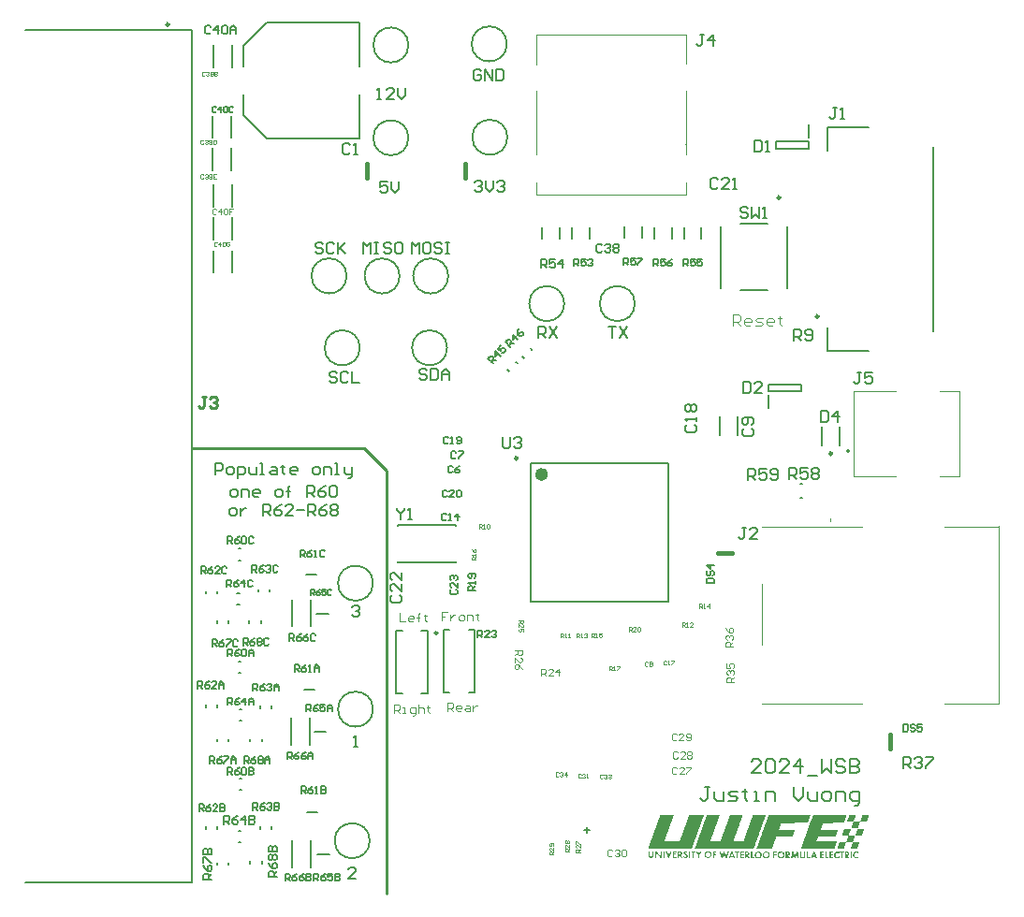
<source format=gto>
G04*
G04 #@! TF.GenerationSoftware,Altium Limited,Altium Designer,22.11.1 (43)*
G04*
G04 Layer_Color=65535*
%FSLAX25Y25*%
%MOIN*%
G70*
G04*
G04 #@! TF.SameCoordinates,B9669DE6-A21E-4E6A-9EE2-FAEABAE17C55*
G04*
G04*
G04 #@! TF.FilePolarity,Positive*
G04*
G01*
G75*
%ADD10C,0.00787*%
%ADD11C,0.00984*%
%ADD12C,0.02362*%
%ADD13C,0.00394*%
%ADD14C,0.01000*%
%ADD15C,0.01575*%
%ADD16C,0.00800*%
%ADD17C,0.00500*%
%ADD18C,0.00300*%
%ADD19C,0.00492*%
%ADD20C,0.00600*%
%ADD21C,0.00591*%
G36*
X572427Y216548D02*
X572452Y216473D01*
X572377Y216263D01*
X572352Y216171D01*
X572285Y216004D01*
X572268Y215937D01*
X572201Y215769D01*
X572142Y215610D01*
X572117Y215535D01*
X572033Y215317D01*
X572008Y215225D01*
X571966Y215133D01*
X571908Y214974D01*
X571883Y214899D01*
X571832Y214765D01*
X571799Y214681D01*
X571782Y214614D01*
X571732Y214497D01*
X571698Y214413D01*
X571682Y214346D01*
X571631Y214229D01*
X571615Y214162D01*
X571548Y214011D01*
X571523Y213919D01*
X571464Y213827D01*
X571389Y213802D01*
X564154Y213785D01*
X564112Y213743D01*
X564079Y213659D01*
X564054Y213550D01*
X563995Y213408D01*
X563911Y213191D01*
X563895Y213123D01*
X563828Y212973D01*
X563811Y212889D01*
X563761Y212772D01*
X563702Y212613D01*
X563677Y212537D01*
X563551Y212194D01*
X563518Y212110D01*
X563501Y212043D01*
X563459Y211951D01*
X563426Y211834D01*
X563359Y211667D01*
X563308Y211499D01*
X563325Y211449D01*
X569438Y211432D01*
X569471Y211399D01*
X569454Y211265D01*
X569387Y211114D01*
X569329Y210955D01*
X569304Y210879D01*
X569287Y210812D01*
X569220Y210662D01*
X569195Y210570D01*
X569153Y210461D01*
X569094Y210302D01*
X569069Y210226D01*
X568986Y210009D01*
X568969Y209942D01*
X568902Y209774D01*
X568852Y209640D01*
X568835Y209590D01*
X568776Y209431D01*
X568751Y209356D01*
X568684Y209171D01*
X568625Y209046D01*
X568559Y209029D01*
X562413Y209012D01*
X562388Y208987D01*
X562262Y208644D01*
X562237Y208569D01*
X562220Y208502D01*
X562153Y208351D01*
X562136Y208284D01*
X562069Y208133D01*
X562052Y208033D01*
X561986Y207882D01*
X561944Y207773D01*
X561860Y207539D01*
X561835Y207463D01*
X561852Y207413D01*
X569086Y207396D01*
X569120Y207363D01*
X569103Y207245D01*
X569069Y207162D01*
X569053Y207095D01*
X569011Y206986D01*
X568986Y206911D01*
X568969Y206844D01*
X568927Y206735D01*
X568902Y206659D01*
X568860Y206551D01*
X568835Y206475D01*
X568801Y206358D01*
X568751Y206241D01*
X568734Y206174D01*
X568692Y206065D01*
X568667Y205990D01*
X568609Y205831D01*
X568584Y205755D01*
X568500Y205537D01*
X568475Y205445D01*
X568433Y205353D01*
X568374Y205194D01*
X568332Y205085D01*
X568307Y204993D01*
X568265Y204901D01*
X568249Y204834D01*
X568157Y204658D01*
X568081Y204650D01*
X556258Y204667D01*
X556242Y204717D01*
X556267Y204809D01*
X556317Y204943D01*
X556342Y205018D01*
X556392Y205152D01*
X556426Y205236D01*
X556451Y205328D01*
X556493Y205420D01*
X556568Y205629D01*
X556593Y205722D01*
X556660Y205872D01*
X556677Y205939D01*
X556719Y206048D01*
X556752Y206132D01*
X556769Y206199D01*
X556811Y206291D01*
X556844Y206408D01*
X556895Y206525D01*
X556928Y206643D01*
X556995Y206810D01*
X557037Y206919D01*
X557062Y206994D01*
X557121Y207153D01*
X557204Y207388D01*
X557271Y207572D01*
X557313Y207681D01*
X557330Y207748D01*
X557380Y207865D01*
X557397Y207932D01*
X557447Y208049D01*
X557506Y208208D01*
X557548Y208317D01*
X557573Y208409D01*
X557606Y208493D01*
X557631Y208569D01*
X557673Y208677D01*
X557698Y208753D01*
X557749Y208887D01*
X557782Y208970D01*
X557799Y209037D01*
X557883Y209255D01*
X557900Y209322D01*
X557950Y209439D01*
X557967Y209506D01*
X558033Y209657D01*
X558059Y209766D01*
X558100Y209841D01*
X558117Y209908D01*
X558201Y210126D01*
X558226Y210218D01*
X558268Y210310D01*
X558285Y210377D01*
X558352Y210545D01*
X558410Y210704D01*
X558435Y210779D01*
X558519Y210997D01*
X558536Y211097D01*
X558569Y211131D01*
X558620Y211298D01*
X558670Y211415D01*
X558686Y211482D01*
X558737Y211600D01*
X558770Y211717D01*
X558804Y211801D01*
X558846Y211909D01*
X558896Y212043D01*
X558963Y212228D01*
X559005Y212336D01*
X559030Y212428D01*
X559063Y212512D01*
X559114Y212646D01*
X559147Y212730D01*
X559164Y212797D01*
X559197Y212881D01*
X559239Y212989D01*
X559256Y213056D01*
X559340Y213274D01*
X559373Y213358D01*
X559448Y213567D01*
X559482Y213651D01*
X559499Y213718D01*
X559532Y213802D01*
X559557Y213877D01*
X559641Y214095D01*
X559666Y214187D01*
X559725Y214329D01*
X559750Y214421D01*
X559792Y214513D01*
X559809Y214580D01*
X559875Y214731D01*
X559892Y214798D01*
X559934Y214907D01*
X560068Y215275D01*
X560110Y215384D01*
X560127Y215451D01*
X560211Y215669D01*
X560236Y215761D01*
X560278Y215853D01*
X560311Y215937D01*
Y215954D01*
X560361Y216071D01*
X560386Y216180D01*
X560445Y216322D01*
X560487Y216431D01*
X560554Y216548D01*
X560621Y216565D01*
X560688Y216548D01*
X560905Y216565D01*
X572084Y216557D01*
X572226Y216565D01*
X572276Y216548D01*
X572326Y216565D01*
X572427Y216548D01*
D02*
G37*
G36*
X580499Y216515D02*
X580507Y216456D01*
X580474Y216372D01*
X580457Y216305D01*
X580390Y216155D01*
X580365Y216062D01*
X580331Y215979D01*
X580289Y215870D01*
X580272Y215803D01*
X580222Y215686D01*
X580197Y215594D01*
X580164Y215510D01*
X580122Y215401D01*
X580105Y215334D01*
X580055Y215217D01*
X580013Y215108D01*
X579988Y215049D01*
Y215033D01*
X579971Y214982D01*
X579954Y214915D01*
X579904Y214798D01*
X579887Y214731D01*
X579820Y214580D01*
X579804Y214513D01*
X579753Y214396D01*
X579737Y214329D01*
X579695Y214220D01*
X579611Y214187D01*
X577384Y214204D01*
X577375Y214262D01*
X577409Y214346D01*
X577426Y214413D01*
X577476Y214530D01*
X577551Y214739D01*
X577593Y214848D01*
X577610Y214915D01*
X577660Y215033D01*
X577685Y215125D01*
X577727Y215217D01*
X577803Y215426D01*
X577828Y215518D01*
X577895Y215669D01*
X577920Y215778D01*
X577953Y215862D01*
X577995Y215954D01*
X578020Y216046D01*
X578062Y216138D01*
X578087Y216230D01*
X578129Y216322D01*
X578146Y216389D01*
X578179Y216473D01*
X578204Y216515D01*
X578271Y216531D01*
X580499Y216515D01*
D02*
G37*
G36*
X575759D02*
X575768Y216456D01*
X575717Y216339D01*
X575701Y216272D01*
X575634Y216121D01*
X575609Y216029D01*
X575567Y215937D01*
X575542Y215845D01*
X575508Y215761D01*
X575466Y215652D01*
X575450Y215585D01*
X575399Y215468D01*
X575341Y215309D01*
X575316Y215233D01*
X575290Y215141D01*
X575249Y215049D01*
X575232Y214982D01*
X575165Y214832D01*
X575148Y214765D01*
X575064Y214547D01*
X575048Y214463D01*
X574981Y214313D01*
X574947Y214229D01*
X574939Y214204D01*
X574872Y214187D01*
X572645Y214204D01*
X572636Y214279D01*
X572686Y214396D01*
X572703Y214463D01*
X572753Y214580D01*
X572770Y214647D01*
X572854Y214865D01*
X572871Y214949D01*
X572904Y214982D01*
X572929Y215091D01*
X572988Y215233D01*
X573005Y215300D01*
X573046Y215409D01*
X573072Y215485D01*
X573080Y215493D01*
X573113Y215577D01*
X573155Y215686D01*
X573180Y215778D01*
X573222Y215870D01*
X573239Y215937D01*
X573323Y216155D01*
X573340Y216238D01*
X573407Y216389D01*
X573440Y216473D01*
X573482Y216515D01*
X573549Y216531D01*
X575759Y216515D01*
D02*
G37*
G36*
X577250Y214137D02*
X577275Y214111D01*
X577258Y214028D01*
X577225Y213944D01*
X577175Y213827D01*
X577158Y213760D01*
X577141Y213676D01*
X577091Y213626D01*
X577066Y213517D01*
X577015Y213383D01*
X576932Y213149D01*
X576915Y213082D01*
X576839Y212906D01*
X576823Y212839D01*
X576773Y212722D01*
X576747Y212630D01*
X576714Y212546D01*
X576689Y212470D01*
X576605Y212253D01*
X576546Y212094D01*
X576521Y212001D01*
X576471Y211884D01*
X576454Y211834D01*
X576354Y211817D01*
X576178Y211809D01*
X576128Y211826D01*
X576011Y211809D01*
X574152Y211826D01*
X574143Y211918D01*
X574194Y212001D01*
X574227Y212136D01*
X574294Y212286D01*
X574319Y212378D01*
X574344Y212403D01*
X574369Y212512D01*
X574386Y212579D01*
X574445Y212722D01*
X574529Y212939D01*
X574545Y212989D01*
Y213006D01*
X574595Y213123D01*
X574621Y213216D01*
X574654Y213299D01*
X574696Y213408D01*
X574713Y213475D01*
X574763Y213592D01*
X574847Y213810D01*
X574872Y213919D01*
X574914Y213994D01*
X574930Y214061D01*
X574964Y214145D01*
X575039Y214153D01*
X575073Y214137D01*
X575123Y214153D01*
X577250Y214137D01*
D02*
G37*
G36*
X576697Y211775D02*
X577803D01*
X578757Y211759D01*
X578765Y211650D01*
X578682Y211466D01*
X578665Y211399D01*
X578615Y211281D01*
X578598Y211214D01*
X578531Y211064D01*
X578514Y210980D01*
X578464Y210863D01*
X578447Y210796D01*
X578380Y210645D01*
X578347Y210511D01*
X578330Y210478D01*
X578280Y210360D01*
X578255Y210268D01*
X578213Y210176D01*
X578188Y210084D01*
X578146Y209992D01*
X578112Y209875D01*
X578045Y209724D01*
X578028Y209624D01*
X577978Y209540D01*
X577945Y209456D01*
X577920Y209431D01*
X575642Y209448D01*
X575634Y209489D01*
X575667Y209573D01*
X575709Y209682D01*
X575734Y209774D01*
X575784Y209891D01*
X575818Y210009D01*
X575902Y210226D01*
X575952Y210344D01*
X575969Y210411D01*
X576027Y210570D01*
X576053Y210645D01*
X576136Y210863D01*
X576153Y210930D01*
X576203Y211047D01*
X576220Y211114D01*
X576287Y211281D01*
X576345Y211440D01*
X576387Y211549D01*
X576463Y211759D01*
X576479Y211792D01*
X576697Y211775D01*
D02*
G37*
G36*
X571891D02*
X574018Y211759D01*
X574026Y211683D01*
X573959Y211533D01*
X573934Y211440D01*
X573892Y211348D01*
X573800Y211089D01*
X573775Y211014D01*
X573725Y210896D01*
X573700Y210787D01*
X573624Y210612D01*
X573599Y210519D01*
X573566Y210436D01*
X573540Y210360D01*
X573474Y210193D01*
X573448Y210101D01*
X573423Y210042D01*
X573390Y209958D01*
X573373Y209891D01*
X573306Y209724D01*
X573281Y209632D01*
X573256Y209607D01*
X573231Y209515D01*
X573197Y209431D01*
X573155Y209423D01*
X572042Y209431D01*
X572025D01*
X570903Y209448D01*
X570895Y209523D01*
X570978Y209707D01*
X571003Y209799D01*
X571037Y209883D01*
X571062Y209958D01*
X571121Y210118D01*
X571146Y210193D01*
X571163Y210260D01*
X571230Y210411D01*
X571255Y210503D01*
X571297Y210595D01*
X571313Y210662D01*
X571439Y210988D01*
X571481Y211131D01*
X571548Y211281D01*
X571573Y211390D01*
X571615Y211482D01*
X571673Y211641D01*
X571724Y211742D01*
X571757Y211775D01*
X571841Y211792D01*
X571891Y211775D01*
D02*
G37*
G36*
X543699Y216523D02*
X543682Y216406D01*
X543648Y216322D01*
X543632Y216255D01*
X543581Y216138D01*
X543565Y216071D01*
X543498Y215920D01*
X543472Y215828D01*
X543431Y215736D01*
X543414Y215669D01*
X543372Y215560D01*
X543347Y215485D01*
X543288Y215326D01*
X543247Y215217D01*
X543230Y215150D01*
X543180Y215033D01*
X543163Y214966D01*
X543096Y214815D01*
X543071Y214723D01*
X543037Y214639D01*
X543012Y214564D01*
X542928Y214346D01*
X542911Y214279D01*
X542861Y214162D01*
X542844Y214095D01*
X542777Y213944D01*
X542752Y213835D01*
X542711Y213743D01*
X542652Y213584D01*
X542568Y213350D01*
X542501Y213165D01*
X542459Y213056D01*
X542434Y212964D01*
X542392Y212872D01*
X542376Y212805D01*
X542208Y212370D01*
X542191Y212286D01*
X542124Y212136D01*
X542099Y212043D01*
X542058Y211951D01*
X542041Y211884D01*
X541991Y211767D01*
X541974Y211700D01*
X541890Y211482D01*
X541865Y211390D01*
X541823Y211298D01*
X541764Y211139D01*
X541722Y211030D01*
X541706Y210946D01*
X541656Y210829D01*
X541597Y210670D01*
X541555Y210561D01*
X541538Y210494D01*
X541488Y210377D01*
X541463Y210285D01*
X541421Y210193D01*
X541346Y209984D01*
X541321Y209891D01*
X541254Y209741D01*
X541228Y209632D01*
X541153Y209456D01*
X541136Y209389D01*
X541086Y209272D01*
X541061Y209180D01*
X541019Y209088D01*
X541003Y209021D01*
X540919Y208803D01*
X540902Y208736D01*
X540852Y208619D01*
X540768Y208401D01*
X540743Y208309D01*
X540701Y208217D01*
X540642Y208058D01*
X540600Y207915D01*
X540550Y207798D01*
X540517Y207681D01*
X540450Y207530D01*
X540425Y207438D01*
X540391Y207354D01*
X540366Y207279D01*
X540282Y207061D01*
X540257Y206969D01*
X540215Y206877D01*
X540199Y206810D01*
X540148Y206693D01*
X540073Y206484D01*
X540031Y206341D01*
X539964Y206190D01*
X539939Y206098D01*
X539897Y206006D01*
X539880Y205939D01*
X539797Y205722D01*
X539772Y205629D01*
X539730Y205537D01*
X539646Y205320D01*
X539621Y205211D01*
X539562Y205068D01*
X539478Y204851D01*
X539453Y204759D01*
X539403Y204675D01*
X539286Y204658D01*
X525169D01*
X518454Y204675D01*
X518428Y204700D01*
X518445Y204784D01*
X518495Y204901D01*
X518512Y204968D01*
X518579Y205119D01*
X518596Y205219D01*
X518629Y205253D01*
X518663Y205387D01*
X518730Y205537D01*
X518755Y205629D01*
X518797Y205722D01*
X518814Y205789D01*
X518897Y206006D01*
X518914Y206073D01*
X518964Y206190D01*
X518981Y206258D01*
X519048Y206408D01*
X519073Y206517D01*
X519132Y206659D01*
X519215Y206877D01*
X519232Y206944D01*
X519282Y207061D01*
X519299Y207128D01*
X519383Y207346D01*
X519408Y207438D01*
X519450Y207530D01*
X519467Y207597D01*
X519534Y207748D01*
X519559Y207857D01*
X519584Y207882D01*
X519601Y207949D01*
X519659Y208108D01*
X519701Y208217D01*
X519718Y208284D01*
X519768Y208401D01*
X519785Y208468D01*
X519835Y208585D01*
X519852Y208652D01*
X519919Y208820D01*
X519952Y208937D01*
X520019Y209088D01*
X520036Y209171D01*
X520086Y209289D01*
X520145Y209448D01*
X520187Y209557D01*
X520203Y209624D01*
X520254Y209741D01*
X520279Y209833D01*
X520321Y209925D01*
X520379Y210084D01*
X520421Y210193D01*
X520438Y210293D01*
X520471Y210327D01*
X520488Y210394D01*
X520547Y210553D01*
X520580Y210637D01*
X520597Y210704D01*
X520639Y210796D01*
X520672Y210913D01*
X520723Y211030D01*
X520756Y211147D01*
X520806Y211265D01*
X520857Y211399D01*
X520890Y211482D01*
X520924Y211616D01*
X520974Y211734D01*
X521032Y211893D01*
X521058Y211968D01*
X521100Y212077D01*
X521141Y212169D01*
X521158Y212269D01*
X521225Y212420D01*
X521242Y212487D01*
X521309Y212638D01*
X521334Y212730D01*
X521376Y212822D01*
X521392Y212889D01*
X521476Y213107D01*
X521493Y213174D01*
X521543Y213291D01*
X521585Y213400D01*
X521610Y213475D01*
X521644Y213592D01*
X521694Y213710D01*
X521711Y213777D01*
X521778Y213927D01*
X521803Y214019D01*
X521845Y214111D01*
X521861Y214178D01*
X521920Y214338D01*
X521962Y214446D01*
X521979Y214513D01*
X522029Y214631D01*
X522113Y214848D01*
X522138Y214941D01*
X522180Y215049D01*
X522196Y215116D01*
X522263Y215267D01*
X522289Y215359D01*
X522314Y215418D01*
X522347Y215501D01*
X522372Y215594D01*
X522414Y215686D01*
X522439Y215778D01*
X522481Y215870D01*
X522556Y216079D01*
X522581Y216155D01*
X522598Y216222D01*
X522665Y216372D01*
X522682Y216439D01*
X522732Y216523D01*
X522757Y216548D01*
X527279Y216531D01*
X527304Y216490D01*
X527271Y216406D01*
X527254Y216339D01*
X527204Y216222D01*
X527187Y216155D01*
X527145Y216046D01*
X527111Y215962D01*
X527086Y215870D01*
X527019Y215719D01*
X526994Y215610D01*
X526935Y215468D01*
X526852Y215250D01*
X526835Y215183D01*
X526785Y215066D01*
X526768Y214999D01*
X526701Y214832D01*
X526684Y214765D01*
X526634Y214647D01*
X526601Y214530D01*
X526534Y214380D01*
X526509Y214287D01*
X526467Y214195D01*
X526441Y214103D01*
X526383Y213961D01*
X526358Y213869D01*
X526299Y213726D01*
X526274Y213634D01*
X526190Y213417D01*
X526157Y213333D01*
X526090Y213149D01*
X526065Y213073D01*
X525939Y212730D01*
X525897Y212621D01*
X525872Y212529D01*
X525830Y212437D01*
X525813Y212370D01*
X525688Y212043D01*
X525663Y211968D01*
X525621Y211859D01*
X525588Y211775D01*
X525554Y211641D01*
X525512Y211566D01*
X525437Y211357D01*
X525412Y211265D01*
X525361Y211147D01*
X525328Y211030D01*
X525261Y210879D01*
X525236Y210787D01*
X525194Y210695D01*
X525177Y210628D01*
X525119Y210469D01*
X525077Y210360D01*
X525060Y210293D01*
X525010Y210176D01*
X524985Y210084D01*
X524943Y209992D01*
X524926Y209925D01*
X524859Y209774D01*
X524834Y209665D01*
X524775Y209523D01*
X524717Y209364D01*
X524691Y209289D01*
X524633Y209130D01*
X524608Y209054D01*
X524524Y208836D01*
X524507Y208769D01*
X524457Y208652D01*
X524440Y208585D01*
X524390Y208468D01*
X524248Y208074D01*
X524206Y207966D01*
X524181Y207874D01*
X524139Y207781D01*
X524105Y207664D01*
X524038Y207513D01*
X524055Y207447D01*
X524130Y207421D01*
X527195Y207405D01*
X527245Y207421D01*
X527639Y207430D01*
X527672Y207513D01*
X527689Y207547D01*
X527723Y207631D01*
X527739Y207698D01*
X527790Y207815D01*
X527823Y207932D01*
X527840Y207966D01*
X527890Y208083D01*
X527915Y208175D01*
X527957Y208267D01*
X527974Y208334D01*
X528057Y208552D01*
X528074Y208619D01*
X528125Y208736D01*
X528141Y208803D01*
X528192Y208920D01*
X528225Y209037D01*
X528292Y209188D01*
X528317Y209280D01*
X528359Y209372D01*
X528376Y209439D01*
X528460Y209657D01*
X528485Y209749D01*
X528526Y209841D01*
X528543Y209908D01*
X528610Y210059D01*
X528635Y210168D01*
X528694Y210310D01*
X528711Y210377D01*
X528778Y210528D01*
X528803Y210620D01*
X528845Y210712D01*
X528861Y210779D01*
X528945Y210997D01*
X528970Y211089D01*
X528995Y211114D01*
X529021Y211206D01*
X529071Y211340D01*
X529096Y211415D01*
X529113Y211482D01*
X529180Y211633D01*
X529205Y211725D01*
X529247Y211817D01*
X529272Y211909D01*
X529305Y211993D01*
X529347Y212102D01*
X529372Y212194D01*
X529414Y212286D01*
X529439Y212378D01*
X529481Y212470D01*
X529515Y212588D01*
X529581Y212738D01*
X529607Y212830D01*
X529640Y212914D01*
X529665Y212989D01*
X529749Y213207D01*
X529774Y213299D01*
X529816Y213391D01*
X529833Y213458D01*
X529883Y213576D01*
X530025Y213969D01*
X530067Y214078D01*
X530092Y214170D01*
X530134Y214262D01*
X530159Y214354D01*
X530193Y214438D01*
X530218Y214513D01*
X530302Y214731D01*
X530327Y214823D01*
X530369Y214915D01*
X530385Y214982D01*
X530452Y215133D01*
X530469Y215200D01*
X530511Y215309D01*
X530536Y215384D01*
X530620Y215602D01*
X530645Y215694D01*
X530687Y215769D01*
X530703Y215836D01*
X530729Y215929D01*
X530770Y216021D01*
X530787Y216088D01*
X530821Y216171D01*
X530871Y216288D01*
X530896Y216381D01*
X530938Y216473D01*
X530955Y216506D01*
X530980Y216548D01*
X535485Y216531D01*
X535493Y216473D01*
X535476Y216423D01*
X535459Y216355D01*
X535418Y216247D01*
X535392Y216222D01*
X535351Y216046D01*
X535309Y215954D01*
X535250Y215794D01*
X535166Y215560D01*
X535141Y215485D01*
X535057Y215267D01*
X535032Y215175D01*
X534991Y215083D01*
X534915Y214874D01*
X534890Y214781D01*
X534840Y214664D01*
X534764Y214455D01*
X534739Y214380D01*
X534656Y214162D01*
X534639Y214095D01*
X534589Y213978D01*
X534530Y213819D01*
X534505Y213743D01*
X534488Y213676D01*
X534438Y213559D01*
X534296Y213165D01*
X534254Y213073D01*
X534229Y212981D01*
X534145Y212747D01*
X534111Y212663D01*
X534061Y212529D01*
X534019Y212420D01*
X533994Y212311D01*
X533935Y212169D01*
X533919Y212102D01*
X533869Y211985D01*
X533810Y211826D01*
X533768Y211717D01*
X533751Y211633D01*
X533684Y211482D01*
X533668Y211415D01*
X533617Y211298D01*
X533592Y211206D01*
X533534Y211064D01*
X533517Y210997D01*
X533450Y210846D01*
X533425Y210754D01*
X533383Y210662D01*
X533366Y210595D01*
X533282Y210377D01*
X533257Y210285D01*
X533232Y210260D01*
X533207Y210168D01*
X533190Y210101D01*
X533148Y210009D01*
X533115Y209891D01*
X533048Y209741D01*
X533031Y209640D01*
X532964Y209489D01*
X532880Y209272D01*
X532855Y209180D01*
X532830Y209155D01*
X532814Y209088D01*
X532788Y208996D01*
X532747Y208903D01*
X532688Y208744D01*
X532654Y208661D01*
X532638Y208594D01*
X532604Y208510D01*
X532562Y208401D01*
X532546Y208334D01*
X532479Y208183D01*
X532462Y208116D01*
X532412Y207999D01*
X532286Y207656D01*
X532244Y207547D01*
X532227Y207447D01*
X532253Y207421D01*
X535510Y207413D01*
X535736Y207421D01*
X535752Y207405D01*
X535828Y207430D01*
X535928Y207681D01*
X535945Y207748D01*
X535995Y207865D01*
X536012Y207932D01*
X536046Y208016D01*
X536096Y208133D01*
X536112Y208234D01*
X536146Y208267D01*
X536163Y208334D01*
X536221Y208493D01*
X536246Y208569D01*
X536288Y208677D01*
X536330Y208769D01*
X536355Y208878D01*
X536397Y208970D01*
X536431Y209088D01*
X536481Y209205D01*
X536498Y209272D01*
X536565Y209423D01*
X536590Y209515D01*
X536623Y209598D01*
X536665Y209707D01*
X536690Y209799D01*
X536715Y209824D01*
X536732Y209891D01*
X536757Y209984D01*
X536799Y210076D01*
X536816Y210143D01*
X536858Y210251D01*
X536900Y210344D01*
X536925Y210436D01*
X536950Y210461D01*
X536967Y210528D01*
X536992Y210620D01*
X537025Y210704D01*
X537050Y210779D01*
X537067Y210846D01*
X537134Y210997D01*
X537159Y211089D01*
X537201Y211181D01*
X537218Y211248D01*
X537260Y211357D01*
X537301Y211449D01*
X537327Y211558D01*
X537368Y211650D01*
X537385Y211717D01*
X537452Y211867D01*
X537477Y211960D01*
X537511Y212043D01*
X537553Y212152D01*
X537569Y212219D01*
X537620Y212336D01*
X537645Y212428D01*
X537687Y212521D01*
X537703Y212588D01*
X537770Y212755D01*
X537787Y212822D01*
X537854Y212989D01*
X537913Y213149D01*
X537938Y213224D01*
X538022Y213442D01*
X538038Y213509D01*
X538089Y213626D01*
X538114Y213718D01*
X538172Y213860D01*
X538189Y213927D01*
X538256Y214078D01*
X538281Y214170D01*
X538315Y214254D01*
X538382Y214438D01*
X538423Y214547D01*
X538449Y214639D01*
X538490Y214731D01*
X538516Y214823D01*
X538549Y214907D01*
X538591Y214999D01*
X538616Y215091D01*
X538658Y215183D01*
X538683Y215292D01*
X538725Y215384D01*
X538784Y215543D01*
X538825Y215652D01*
X538850Y215744D01*
X538876Y215769D01*
X538901Y215862D01*
X538917Y215929D01*
X538951Y216012D01*
X538993Y216121D01*
X539018Y216213D01*
X539043Y216238D01*
X539060Y216305D01*
X539085Y216397D01*
X539160Y216540D01*
X543674Y216548D01*
X543699Y216523D01*
D02*
G37*
G36*
X575533Y209389D02*
X575550Y209339D01*
X575466Y209155D01*
X575450Y209071D01*
X575399Y208954D01*
X575316Y208736D01*
X575290Y208627D01*
X575232Y208485D01*
X575190Y208376D01*
X575165Y208301D01*
X575148Y208234D01*
X575081Y208083D01*
X575056Y207991D01*
X575014Y207899D01*
X574998Y207832D01*
X574914Y207614D01*
X574897Y207547D01*
X574847Y207430D01*
X574813Y207312D01*
X574746Y207162D01*
X574729Y207095D01*
X574688Y207053D01*
X574621Y207070D01*
X574570Y207053D01*
X573247D01*
X572410Y207070D01*
X572402Y207128D01*
X572452Y207245D01*
X572469Y207312D01*
X572519Y207430D01*
X572544Y207522D01*
X572586Y207614D01*
X572603Y207681D01*
X572653Y207798D01*
X572712Y207957D01*
X572753Y208066D01*
X572779Y208158D01*
X572812Y208242D01*
X572837Y208317D01*
X572904Y208485D01*
X572921Y208552D01*
X572963Y208661D01*
X572988Y208736D01*
X573005Y208803D01*
X573072Y208954D01*
X573197Y209297D01*
X573231Y209381D01*
X573348Y209397D01*
X575533Y209389D01*
D02*
G37*
G36*
X576881Y207003D02*
X577049Y206986D01*
X577057Y206944D01*
X576990Y206793D01*
X576906Y206525D01*
X576856Y206408D01*
X576814Y206299D01*
X576773Y206207D01*
X576747Y206098D01*
X576689Y205956D01*
X576672Y205889D01*
X576622Y205772D01*
X576563Y205613D01*
X576463Y205328D01*
X576438Y205253D01*
X576354Y205035D01*
X576337Y204968D01*
X576287Y204851D01*
X576270Y204784D01*
X576228Y204692D01*
X576161Y204675D01*
X573917Y204692D01*
X573909Y204750D01*
X573942Y204784D01*
X573968Y204893D01*
X574001Y204976D01*
X574043Y205068D01*
X574068Y205161D01*
X574110Y205253D01*
X574127Y205320D01*
X574210Y205537D01*
X574235Y205629D01*
X574277Y205722D01*
X574319Y205831D01*
X574361Y205973D01*
X574403Y206082D01*
X574445Y206174D01*
X574470Y206266D01*
X574512Y206358D01*
X574529Y206425D01*
X574612Y206643D01*
X574637Y206735D01*
X574696Y206877D01*
X574713Y206944D01*
X574729Y206978D01*
X574755Y207003D01*
X574947Y207011D01*
X575441Y207003D01*
X575458D01*
X576555Y207011D01*
X576798Y207003D01*
X576831Y207019D01*
X576881Y207003D01*
D02*
G37*
G36*
X570166D02*
X572201Y207011D01*
X572285Y206994D01*
X572301Y206944D01*
X572226Y206735D01*
X572192Y206651D01*
X572176Y206584D01*
X572142Y206500D01*
X572100Y206392D01*
X572075Y206299D01*
X572033Y206207D01*
X571891Y205814D01*
X571866Y205738D01*
X571849Y205671D01*
X571782Y205521D01*
X571757Y205429D01*
X571715Y205320D01*
X571590Y204976D01*
X571548Y204884D01*
X571523Y204792D01*
X571489Y204709D01*
X571405Y204675D01*
X569178Y204692D01*
X569170Y204750D01*
X569203Y204784D01*
X569220Y204834D01*
Y204851D01*
X569237Y204951D01*
X569287Y205035D01*
X569304Y205102D01*
X569371Y205270D01*
X569387Y205336D01*
X569429Y205445D01*
X569454Y205521D01*
X569538Y205738D01*
X569572Y205822D01*
X569664Y206082D01*
X569689Y206157D01*
X569706Y206224D01*
X569773Y206375D01*
X569789Y206442D01*
X569848Y206601D01*
X569898Y206735D01*
X569940Y206844D01*
X569957Y206911D01*
X570007Y206994D01*
X570099Y207019D01*
X570166Y207003D01*
D02*
G37*
G36*
X559599Y216531D02*
X559624Y216506D01*
X559574Y216339D01*
X559557Y216272D01*
X559541Y216238D01*
X559507Y216155D01*
X559482Y216062D01*
X559448Y215979D01*
X559407Y215836D01*
X559323Y215619D01*
X559306Y215552D01*
X559256Y215435D01*
X559231Y215342D01*
X559197Y215259D01*
X559155Y215150D01*
X559139Y215083D01*
X559089Y214966D01*
X559063Y214874D01*
X559022Y214781D01*
X559005Y214714D01*
X558971Y214631D01*
X558921Y214513D01*
X558896Y214421D01*
X558854Y214329D01*
X558829Y214237D01*
X558770Y214095D01*
X558686Y213877D01*
X558670Y213844D01*
X558628Y213802D01*
X549250Y213785D01*
X549208Y213743D01*
X549191Y213643D01*
X549141Y213525D01*
X548999Y213132D01*
X548974Y213056D01*
X548915Y212897D01*
X548890Y212822D01*
X548764Y212495D01*
X548723Y212353D01*
X548681Y212244D01*
X548656Y212219D01*
X548630Y212110D01*
X548597Y212027D01*
X548572Y211951D01*
X548488Y211734D01*
X548471Y211667D01*
X548421Y211549D01*
X548404Y211482D01*
X548421Y211449D01*
X548446Y211424D01*
X548773Y211432D01*
X553989Y211424D01*
X554039Y211440D01*
X554115Y211399D01*
X554098Y211265D01*
X554031Y211114D01*
X553972Y210955D01*
X553947Y210879D01*
X553864Y210662D01*
X553838Y210570D01*
X553797Y210478D01*
X553780Y210411D01*
X553696Y210193D01*
X553679Y210126D01*
X553629Y210009D01*
X553571Y209850D01*
X553545Y209774D01*
X553529Y209707D01*
X553462Y209557D01*
X553437Y209464D01*
X553411Y209439D01*
X553386Y209347D01*
X553370Y209280D01*
X553328Y209188D01*
X553286Y209079D01*
X553269Y209046D01*
X553202Y209029D01*
X547525Y209012D01*
X547433Y208803D01*
X547391Y208694D01*
X547366Y208619D01*
X547349Y208552D01*
X547299Y208435D01*
X547224Y208225D01*
X547182Y208116D01*
X547165Y208049D01*
X547115Y207932D01*
X547073Y207823D01*
X546973Y207539D01*
X546947Y207447D01*
X546880Y207296D01*
X546864Y207229D01*
X546780Y207011D01*
X546755Y206919D01*
X546713Y206827D01*
X546696Y206760D01*
X546646Y206643D01*
X546629Y206576D01*
X546504Y206249D01*
X546437Y206065D01*
X546395Y205956D01*
X546370Y205847D01*
X546311Y205705D01*
X546185Y205378D01*
X546152Y205295D01*
X546135Y205211D01*
X546110Y205152D01*
X546077Y205068D01*
X546018Y204909D01*
X545976Y204801D01*
X545959Y204734D01*
X545901Y204658D01*
X540458Y204675D01*
X540450Y204750D01*
X540483Y204784D01*
X540517Y204918D01*
X540584Y205068D01*
X540600Y205135D01*
X540642Y205244D01*
X540667Y205320D01*
X540751Y205537D01*
X540776Y205629D01*
X540818Y205722D01*
X540877Y205881D01*
X540961Y206115D01*
X540986Y206190D01*
X541003Y206258D01*
X541069Y206408D01*
X541094Y206500D01*
X541128Y206584D01*
X541153Y206659D01*
X541237Y206877D01*
X541262Y206969D01*
X541304Y207061D01*
X541337Y207178D01*
X541354Y207212D01*
X541388Y207296D01*
X541446Y207455D01*
X541471Y207530D01*
X541530Y207689D01*
X541572Y207798D01*
X541589Y207865D01*
X541639Y207982D01*
X541664Y208074D01*
X541706Y208167D01*
X541722Y208234D01*
X541806Y208451D01*
X541823Y208518D01*
X541873Y208635D01*
X541932Y208795D01*
X541957Y208870D01*
X542041Y209088D01*
X542066Y209180D01*
X542108Y209272D01*
X542124Y209339D01*
X542208Y209557D01*
X542233Y209649D01*
X542275Y209741D01*
X542317Y209850D01*
X542376Y210042D01*
X542443Y210193D01*
X542468Y210285D01*
X542510Y210377D01*
X542535Y210469D01*
X542593Y210612D01*
X542610Y210679D01*
X542736Y211005D01*
X542777Y211147D01*
X542844Y211298D01*
X542870Y211390D01*
X542911Y211482D01*
X542928Y211549D01*
X542970Y211658D01*
X543004Y211742D01*
X543020Y211809D01*
X543054Y211893D01*
X543079Y211968D01*
X543163Y212186D01*
X543180Y212253D01*
X543230Y212370D01*
X543288Y212529D01*
X543313Y212604D01*
X543330Y212671D01*
X543397Y212822D01*
X543414Y212889D01*
X543481Y213056D01*
X543506Y213149D01*
X543548Y213241D01*
X543565Y213308D01*
X543623Y213467D01*
X543665Y213576D01*
X543682Y213643D01*
X543715Y213676D01*
X543749Y213827D01*
X543799Y213944D01*
X543816Y214011D01*
X543883Y214162D01*
X543900Y214229D01*
X543950Y214346D01*
X543966Y214413D01*
X544033Y214580D01*
X544050Y214647D01*
X544134Y214865D01*
X544151Y214932D01*
X544201Y215049D01*
X544260Y215208D01*
X544302Y215317D01*
X544327Y215409D01*
X544369Y215501D01*
X544394Y215594D01*
X544435Y215686D01*
X544452Y215753D01*
X544536Y215970D01*
X544662Y216314D01*
X544703Y216423D01*
X544720Y216490D01*
X544779Y216548D01*
X549016D01*
X559599Y216531D01*
D02*
G37*
G36*
X506463Y216548D02*
X510876Y216557D01*
X510926Y216523D01*
X510943Y216473D01*
X510876Y216322D01*
X510859Y216255D01*
X510792Y216088D01*
X510734Y215929D01*
X510658Y215719D01*
X510625Y215635D01*
X510600Y215543D01*
X510541Y215401D01*
X510524Y215334D01*
X510474Y215217D01*
X510457Y215150D01*
X510407Y215033D01*
X510373Y214915D01*
X510323Y214798D01*
X510265Y214639D01*
X510223Y214530D01*
X510198Y214438D01*
X510164Y214354D01*
X510139Y214279D01*
X510055Y214061D01*
X510039Y213994D01*
X509988Y213877D01*
X509972Y213810D01*
X509905Y213659D01*
X509879Y213567D01*
X509838Y213475D01*
X509812Y213366D01*
X509737Y213191D01*
X509712Y213098D01*
X509670Y213006D01*
X509653Y212939D01*
X509603Y212822D01*
X509570Y212705D01*
X509503Y212554D01*
X509478Y212462D01*
X509444Y212378D01*
X509402Y212236D01*
X509335Y212085D01*
X509310Y211993D01*
X509268Y211901D01*
X509251Y211834D01*
X509210Y211725D01*
X509185Y211650D01*
X509143Y211541D01*
X509109Y211457D01*
X509084Y211365D01*
X509017Y211214D01*
X508992Y211106D01*
X508950Y211014D01*
X508891Y210854D01*
X508808Y210620D01*
X508766Y210511D01*
X508749Y210444D01*
X508699Y210327D01*
X508674Y210235D01*
X508632Y210143D01*
X508615Y210076D01*
X508573Y209967D01*
X508548Y209942D01*
X508523Y209833D01*
X508498Y209774D01*
X508464Y209690D01*
X508439Y209598D01*
X508406Y209515D01*
X508381Y209439D01*
X508330Y209305D01*
X508297Y209222D01*
X508280Y209155D01*
X508213Y208987D01*
X508171Y208878D01*
X508146Y208803D01*
X508129Y208736D01*
X508046Y208518D01*
X507987Y208359D01*
X507937Y208225D01*
X507895Y208116D01*
X507870Y208024D01*
X507845Y207966D01*
X507811Y207882D01*
X507795Y207815D01*
X507744Y207698D01*
X507727Y207631D01*
X507660Y207480D01*
X507677Y207430D01*
X507719Y207405D01*
X507769Y207421D01*
X513086Y207430D01*
X513103Y207463D01*
X513170Y207614D01*
X513187Y207681D01*
X513254Y207832D01*
X513279Y207941D01*
X513312Y208024D01*
X513354Y208133D01*
X513371Y208200D01*
X513405Y208234D01*
X513430Y208342D01*
X513463Y208426D01*
X513505Y208535D01*
X513522Y208602D01*
X513572Y208719D01*
X513631Y208878D01*
X513672Y208987D01*
X513698Y209079D01*
X513731Y209163D01*
X513756Y209238D01*
X513798Y209347D01*
X513823Y209423D01*
X513907Y209640D01*
X513924Y209707D01*
X513974Y209824D01*
X513991Y209891D01*
X514041Y210009D01*
X514116Y210218D01*
X514141Y210293D01*
X514200Y210452D01*
X514225Y210528D01*
X514275Y210662D01*
X514309Y210746D01*
X514326Y210812D01*
X514393Y210963D01*
X514418Y211072D01*
X514460Y211164D01*
X514518Y211323D01*
X514543Y211399D01*
X514602Y211558D01*
X514627Y211633D01*
X514669Y211742D01*
X514694Y211817D01*
X514753Y211976D01*
X514786Y212060D01*
X514803Y212127D01*
X514836Y212211D01*
X514878Y212320D01*
X514903Y212412D01*
X514945Y212504D01*
X514962Y212571D01*
X515029Y212722D01*
X515054Y212814D01*
X515096Y212906D01*
X515113Y212973D01*
X515155Y213082D01*
X515222Y213266D01*
X515263Y213375D01*
X515280Y213442D01*
X515347Y213609D01*
X515422Y213819D01*
X515473Y213952D01*
X515515Y214061D01*
X515540Y214153D01*
X515582Y214246D01*
X515607Y214338D01*
X515640Y214421D01*
X515665Y214497D01*
X515707Y214605D01*
X515749Y214698D01*
X515774Y214807D01*
X515833Y214949D01*
X515849Y215016D01*
X515916Y215166D01*
X515942Y215259D01*
X515983Y215351D01*
X516000Y215418D01*
X516084Y215635D01*
X516109Y215727D01*
X516151Y215820D01*
X516168Y215887D01*
X516235Y216037D01*
X516260Y216146D01*
X516318Y216288D01*
X516360Y216397D01*
X516419Y216523D01*
X516444Y216548D01*
X518788D01*
X521635Y216531D01*
X521661Y216506D01*
X521635Y216397D01*
X521619Y216330D01*
X521585Y216247D01*
X521543Y216138D01*
X521526Y216071D01*
X521476Y215954D01*
X521392Y215736D01*
X521367Y215644D01*
X521325Y215552D01*
X521309Y215485D01*
X521259Y215368D01*
X521242Y215300D01*
X521200Y215192D01*
X521158Y215100D01*
X521133Y214991D01*
X521074Y214848D01*
X520991Y214631D01*
X520965Y214539D01*
X520924Y214446D01*
X520907Y214380D01*
X520865Y214271D01*
X520840Y214195D01*
X520756Y213978D01*
X520739Y213911D01*
X520672Y213760D01*
X520647Y213651D01*
X520622Y213626D01*
X520597Y213534D01*
X520547Y213400D01*
X520505Y213291D01*
X520480Y213199D01*
X520438Y213107D01*
X520421Y213040D01*
X520371Y212923D01*
X520296Y212713D01*
X520270Y212638D01*
X520187Y212420D01*
X520162Y212328D01*
X520128Y212244D01*
X520103Y212169D01*
X520019Y211951D01*
X519994Y211859D01*
X519969Y211834D01*
X519944Y211742D01*
X519927Y211675D01*
X519869Y211533D01*
X519785Y211315D01*
X519768Y211231D01*
X519701Y211080D01*
X519676Y210988D01*
X519634Y210896D01*
X519609Y210804D01*
X519550Y210662D01*
X519534Y210595D01*
X519467Y210444D01*
X519442Y210335D01*
X519400Y210243D01*
X519383Y210176D01*
X519316Y210025D01*
X519299Y209958D01*
X519241Y209799D01*
X519215Y209724D01*
X519132Y209506D01*
X519115Y209439D01*
X519065Y209322D01*
X519048Y209255D01*
X518998Y209138D01*
X518981Y209071D01*
X518914Y208920D01*
X518889Y208828D01*
X518855Y208744D01*
X518830Y208669D01*
X518772Y208510D01*
X518747Y208435D01*
X518705Y208326D01*
X518671Y208242D01*
X518604Y208058D01*
X518579Y207966D01*
X518512Y207798D01*
X518454Y207639D01*
X518428Y207564D01*
X518387Y207455D01*
X518353Y207371D01*
X518336Y207304D01*
X518303Y207220D01*
X518278Y207145D01*
X518219Y206986D01*
X518177Y206877D01*
X518152Y206785D01*
X518110Y206693D01*
X518093Y206626D01*
X518043Y206509D01*
X517968Y206299D01*
X517943Y206224D01*
X517926Y206157D01*
X517859Y206006D01*
X517834Y205914D01*
X517792Y205822D01*
X517733Y205663D01*
X517708Y205588D01*
X517692Y205521D01*
X517641Y205403D01*
X517491Y204985D01*
X517457Y204901D01*
X517432Y204809D01*
X517399Y204725D01*
X517357Y204667D01*
X501925Y204658D01*
X501883Y204683D01*
X501875Y204725D01*
X501908Y204809D01*
X501975Y204993D01*
X502000Y205068D01*
X502017Y205135D01*
X502084Y205303D01*
X502101Y205370D01*
X502151Y205487D01*
X502210Y205646D01*
X502251Y205755D01*
X502277Y205864D01*
X502318Y205956D01*
X502335Y206023D01*
X502377Y206132D01*
X502419Y206224D01*
X502436Y206325D01*
X502469Y206358D01*
X502503Y206492D01*
X502570Y206659D01*
X502586Y206726D01*
X502653Y206877D01*
X502678Y206986D01*
X502704Y207011D01*
X502720Y207078D01*
X502737Y207128D01*
X502762Y207220D01*
X502804Y207312D01*
X502863Y207472D01*
X502905Y207614D01*
X502972Y207765D01*
X502997Y207874D01*
X503055Y208016D01*
X503072Y208083D01*
X503139Y208234D01*
X503164Y208326D01*
X503206Y208418D01*
X503239Y208552D01*
X503306Y208702D01*
X503323Y208769D01*
X503373Y208887D01*
X503390Y208954D01*
X503441Y209071D01*
X503457Y209138D01*
X503499Y209247D01*
X503533Y209331D01*
X503600Y209515D01*
X503625Y209607D01*
X503692Y209757D01*
X503717Y209850D01*
X503817Y210118D01*
X503859Y210226D01*
X503884Y210318D01*
X503943Y210461D01*
X503968Y210553D01*
X504010Y210645D01*
X504027Y210712D01*
X504077Y210829D01*
X504152Y211039D01*
X504194Y211181D01*
X504244Y211298D01*
X504303Y211457D01*
X504328Y211533D01*
X504387Y211692D01*
X504428Y211801D01*
X504445Y211884D01*
X504495Y212001D01*
X504537Y212110D01*
X504579Y212202D01*
X504604Y212311D01*
X504663Y212454D01*
X504747Y212671D01*
X504763Y212755D01*
X504830Y212906D01*
X504855Y212998D01*
X504897Y213090D01*
X504914Y213157D01*
X504981Y213324D01*
X504998Y213391D01*
X505065Y213542D01*
X505090Y213651D01*
X505132Y213743D01*
X505191Y213902D01*
X505232Y214011D01*
X505257Y214103D01*
X505299Y214195D01*
X505316Y214262D01*
X505366Y214380D01*
X505517Y214798D01*
X505550Y214882D01*
X505576Y214974D01*
X505618Y215066D01*
X505634Y215133D01*
X505701Y215284D01*
X505726Y215393D01*
X505785Y215535D01*
X505802Y215602D01*
X505869Y215753D01*
X505885Y215820D01*
X505952Y215970D01*
X505977Y216079D01*
X506019Y216155D01*
X506036Y216222D01*
X506103Y216389D01*
X506145Y216498D01*
X506162Y216531D01*
X506296Y216565D01*
X506463Y216548D01*
D02*
G37*
G36*
X537276Y203587D02*
X537343Y203570D01*
X537394Y203553D01*
X537502Y203528D01*
X537703Y203394D01*
X537770Y203327D01*
X537821Y203243D01*
X537854Y203159D01*
X537888Y203026D01*
X537904Y202824D01*
X537871Y202741D01*
X537854Y202657D01*
X537770Y202506D01*
X537662Y202397D01*
X537628Y202381D01*
X537410Y202263D01*
X537385Y202238D01*
X537435Y202155D01*
X537469Y202121D01*
X537486Y202088D01*
X537536Y202037D01*
X537586Y201954D01*
X537636Y201904D01*
X537653Y201870D01*
X537687Y201836D01*
X537737Y201753D01*
X537770Y201719D01*
X537787Y201686D01*
X537904Y201535D01*
X537938Y201501D01*
X537988Y201418D01*
X538038Y201368D01*
X538047Y201326D01*
X538013Y201292D01*
X537787Y201301D01*
X537595Y201292D01*
X537502Y201351D01*
X537435Y201468D01*
X537402Y201501D01*
X537335Y201619D01*
X537218Y201786D01*
X537201Y201820D01*
X537168Y201853D01*
X537151Y201887D01*
X537117Y201920D01*
X537101Y201954D01*
X537034Y202071D01*
X537000Y202104D01*
X536983Y202155D01*
X536941Y202197D01*
X536891Y202213D01*
X536833Y202171D01*
X536824Y202096D01*
X536833Y201753D01*
X536816Y201719D01*
X536833Y201669D01*
Y201652D01*
Y201636D01*
X536816Y201317D01*
X536791Y201292D01*
X536439Y201309D01*
X536414Y201384D01*
X536431Y203578D01*
X536506Y203603D01*
X537184Y203595D01*
X537226Y203603D01*
X537276Y203587D01*
D02*
G37*
G36*
X526073Y203670D02*
X526098Y203645D01*
X526082Y203360D01*
X525989Y203335D01*
X525813Y203344D01*
X525705Y203335D01*
X525654Y203352D01*
X525537Y203335D01*
X525378Y203344D01*
X525353Y203335D01*
X525345Y203327D01*
X525311Y203293D01*
X525328Y202824D01*
X525353Y202799D01*
X526023Y202783D01*
X526048Y202707D01*
X526031Y202473D01*
X526006Y202448D01*
X525336Y202431D01*
X525311Y202406D01*
X525294Y201468D01*
X525219Y201443D01*
X524918Y201460D01*
X524876Y201501D01*
X524893Y203662D01*
X524968Y203687D01*
X526073Y203670D01*
D02*
G37*
G36*
X518671D02*
X518696Y203645D01*
X518680Y203360D01*
X518587Y203335D01*
X518227Y203344D01*
X518177Y203310D01*
Y203293D01*
X518160Y203243D01*
X518144Y201468D01*
X518119Y201443D01*
X517767Y201460D01*
X517742Y201485D01*
X517725Y203293D01*
X517683Y203335D01*
X517616Y203352D01*
X517566Y203335D01*
X517399Y203352D01*
X517348Y203335D01*
X517248Y203352D01*
X517223Y203377D01*
X517206Y203444D01*
X517214Y203587D01*
X517206Y203628D01*
X517248Y203687D01*
X518671Y203670D01*
D02*
G37*
G36*
X515473Y203771D02*
X515523Y203754D01*
X515590Y203737D01*
X515623Y203704D01*
X515690Y203687D01*
X515774Y203637D01*
X515808Y203603D01*
X515841Y203587D01*
X515866Y203561D01*
X515849Y203478D01*
X515774Y203385D01*
X515732Y203344D01*
X515724Y203319D01*
X515657Y203302D01*
X515607Y203319D01*
X515540Y203385D01*
X515381Y203444D01*
X515188Y203452D01*
X515004Y203352D01*
X514962Y203310D01*
X514928Y203193D01*
X514954Y203034D01*
X514987Y202984D01*
X515205Y202883D01*
X515272Y202866D01*
X515389Y202816D01*
X515523Y202766D01*
X515640Y202716D01*
X515674Y202699D01*
X515707Y202665D01*
X515741Y202649D01*
X515833Y202573D01*
X515916Y202456D01*
X515933Y202389D01*
X515983Y202272D01*
X515967Y201920D01*
X515849Y201702D01*
X515816Y201669D01*
X515808Y201644D01*
X515799Y201636D01*
X515724Y201560D01*
X515607Y201493D01*
X515523Y201460D01*
X515456Y201443D01*
X515372Y201409D01*
X515255Y201393D01*
X514954Y201409D01*
X514903Y201426D01*
X514744Y201485D01*
X514719Y201510D01*
X514568Y201594D01*
X514535Y201627D01*
X514501Y201644D01*
X514393Y201753D01*
X514376Y201820D01*
X514568Y202012D01*
X514635Y202029D01*
X514669Y202012D01*
X514727Y201954D01*
X514736Y201929D01*
X514769Y201912D01*
X514820Y201862D01*
X515004Y201778D01*
X515205Y201761D01*
X515255Y201778D01*
X515322Y201795D01*
X515473Y201912D01*
X515498Y201937D01*
X515531Y202021D01*
X515515Y202238D01*
X515481Y202272D01*
X515464Y202305D01*
X515406Y202364D01*
X515188Y202465D01*
X515104Y202498D01*
X515037Y202515D01*
X514928Y202557D01*
X514786Y202632D01*
X514669Y202716D01*
X514577Y202774D01*
X514560Y202841D01*
X514510Y202925D01*
X514493Y202992D01*
X514476Y203159D01*
X514493Y203226D01*
X514510Y203377D01*
X514543Y203411D01*
X514610Y203528D01*
X514686Y203620D01*
X514803Y203704D01*
X514912Y203746D01*
X515004Y203771D01*
X515171Y203787D01*
X515473Y203771D01*
D02*
G37*
G36*
X576228Y203653D02*
X576345Y203637D01*
X576412Y203620D01*
X576513Y203603D01*
X576546Y203570D01*
X576655Y203511D01*
X576672Y203310D01*
X576655Y203260D01*
X576672Y203093D01*
X576647Y203051D01*
X576563Y203067D01*
X576513Y203118D01*
X576429Y203151D01*
X576396Y203168D01*
X576278Y203218D01*
X576061Y203235D01*
X575835Y203210D01*
X575726Y203151D01*
X575609Y203084D01*
X575508Y202984D01*
X575500Y202975D01*
X575424Y202883D01*
X575391Y202799D01*
X575332Y202657D01*
X575316Y202490D01*
X575332Y202188D01*
X575450Y201971D01*
X575483Y201937D01*
X575500Y201904D01*
X575625Y201778D01*
X575709Y201744D01*
X575860Y201677D01*
X575927Y201661D01*
X576044Y201644D01*
X576278Y201661D01*
X576329Y201677D01*
X576438Y201719D01*
X576463Y201744D01*
X576496Y201761D01*
X576597Y201828D01*
X576647Y201811D01*
X576672Y201719D01*
X576664Y201644D01*
X576672Y201485D01*
X576655Y201435D01*
X576639Y201368D01*
X576597Y201326D01*
X576513Y201292D01*
X576446Y201275D01*
X576278Y201225D01*
X576011Y201208D01*
X575893Y201225D01*
X575759Y201242D01*
X575676Y201275D01*
X575567Y201301D01*
X575458Y201359D01*
X575341Y201426D01*
X575257Y201510D01*
X575223Y201527D01*
X575081Y201669D01*
X575064Y201702D01*
X574981Y201820D01*
X574964Y201853D01*
X574914Y201971D01*
X574872Y202079D01*
X574847Y202155D01*
X574830Y202473D01*
X574847Y202741D01*
X574880Y202824D01*
X574956Y203034D01*
X574981Y203059D01*
X575031Y203143D01*
X575190Y203352D01*
X575341Y203469D01*
X575424Y203520D01*
X575609Y203603D01*
X575676Y203620D01*
X575918Y203662D01*
X576178Y203670D01*
X576228Y203653D01*
D02*
G37*
G36*
X569463D02*
X569605Y203628D01*
X569689Y203612D01*
X569773Y203578D01*
X569865Y203520D01*
X569890Y203494D01*
X569898Y203101D01*
X569865Y203051D01*
X569798Y203067D01*
X569747Y203118D01*
X569530Y203218D01*
X569312Y203235D01*
X569078Y203218D01*
X568860Y203101D01*
X568718Y202958D01*
X568701Y202925D01*
X568667Y202891D01*
X568584Y202707D01*
X568550Y202473D01*
X568567Y202222D01*
X568584Y202171D01*
X568600Y202104D01*
X568667Y202004D01*
X568684Y201971D01*
X568718Y201937D01*
X568734Y201904D01*
X568860Y201778D01*
X568927Y201761D01*
X568960Y201728D01*
X569044Y201694D01*
X569136Y201669D01*
X569203Y201652D01*
X569337Y201636D01*
X569396Y201627D01*
X569446Y201644D01*
X569530Y201677D01*
X569639Y201702D01*
X569739Y201769D01*
X569848Y201828D01*
X569881Y201811D01*
X569898Y201476D01*
X569907Y201451D01*
X569890Y201401D01*
X569873Y201368D01*
X569814Y201309D01*
X569706Y201284D01*
X569563Y201242D01*
X569496Y201225D01*
X569379Y201208D01*
X569061Y201225D01*
X569011Y201242D01*
X568927Y201275D01*
X568801Y201301D01*
X568692Y201359D01*
X568659Y201376D01*
X568542Y201460D01*
X568508Y201476D01*
X568492Y201510D01*
X568458Y201527D01*
X568332Y201652D01*
X568316Y201686D01*
X568265Y201736D01*
X568198Y201853D01*
X568115Y202037D01*
X568098Y202104D01*
X568081Y202222D01*
X568064Y202439D01*
X568090Y202732D01*
X568106Y202816D01*
X568173Y202984D01*
X568198Y203042D01*
X568307Y203201D01*
X568374Y203302D01*
X568399Y203310D01*
X568416Y203344D01*
X568441Y203369D01*
X568475Y203385D01*
X568500Y203411D01*
X568508Y203419D01*
X568625Y203503D01*
X568843Y203603D01*
X568910Y203620D01*
X569186Y203662D01*
X569413Y203670D01*
X569463Y203653D01*
D02*
G37*
G36*
X520882Y203670D02*
X520890Y203645D01*
X520815Y203553D01*
X520739Y203444D01*
X520723Y203411D01*
X520672Y203360D01*
X520605Y203243D01*
X520522Y203126D01*
X520505Y203093D01*
X520446Y203000D01*
X520438Y202992D01*
X520270Y202741D01*
X520162Y202582D01*
X520103Y202473D01*
X520086Y202356D01*
X520095Y202113D01*
X520078Y201476D01*
X519994Y201443D01*
X519869Y201451D01*
X519760Y201443D01*
X519709Y201460D01*
X519676Y201476D01*
X519659Y202465D01*
X519626Y202548D01*
X519601Y202573D01*
X519584Y202607D01*
X519500Y202724D01*
X519433Y202841D01*
X519316Y203009D01*
X519266Y203093D01*
X519148Y203260D01*
X519132Y203293D01*
X519065Y203394D01*
X519048Y203427D01*
X518981Y203528D01*
X518964Y203561D01*
X518914Y203612D01*
X518922Y203687D01*
X519375Y203670D01*
X519433Y203612D01*
X519450Y203578D01*
X519517Y203478D01*
X519576Y203369D01*
X519601Y203360D01*
X519634Y203277D01*
X519718Y203159D01*
X519735Y203126D01*
X519843Y202967D01*
X519860Y202933D01*
X519902Y202925D01*
X519952Y202958D01*
X520053Y203143D01*
X520086Y203176D01*
X520103Y203210D01*
X520187Y203327D01*
X520321Y203561D01*
X520354Y203595D01*
X520371Y203628D01*
X520413Y203670D01*
X520480Y203687D01*
X520882Y203670D01*
D02*
G37*
G36*
X506647Y203737D02*
X506672Y203712D01*
X506656Y201468D01*
X506580Y201443D01*
X506363Y201460D01*
X506120Y201702D01*
X506103Y201736D01*
X505952Y201887D01*
X505944Y201912D01*
X505911Y201929D01*
X505802Y202037D01*
X505785Y202071D01*
X505550Y202305D01*
X505534Y202339D01*
X505475Y202381D01*
X505391Y202481D01*
X505249Y202624D01*
X505232Y202657D01*
X505065Y202824D01*
X505048Y202858D01*
X504956Y202950D01*
X504889Y202933D01*
X504864Y202858D01*
X504872Y201510D01*
X504839Y201460D01*
X504671Y201443D01*
X504470Y201460D01*
X504428Y201501D01*
X504445Y201719D01*
X504437Y201912D01*
X504445Y202037D01*
X504428Y202088D01*
X504445Y202255D01*
X504437Y202716D01*
X504445Y203444D01*
X504428Y203494D01*
X504445Y203561D01*
X504428Y203695D01*
X504470Y203737D01*
X504537Y203754D01*
X504738Y203737D01*
X504830Y203645D01*
X504847Y203612D01*
X504872Y203587D01*
X504897Y203578D01*
X504906Y203553D01*
X504939Y203536D01*
X504964Y203511D01*
X504981Y203478D01*
X505149Y203310D01*
X505165Y203277D01*
X505216Y203243D01*
X505232Y203210D01*
X505283Y203176D01*
X505299Y203143D01*
X505517Y202925D01*
X505534Y202891D01*
X505735Y202691D01*
X505752Y202657D01*
X505810Y202615D01*
X505852Y202557D01*
X506070Y202339D01*
X506086Y202305D01*
X506145Y202247D01*
X506212Y202263D01*
X506237Y202339D01*
X506220Y202540D01*
X506237Y202590D01*
X506220Y202758D01*
X506237Y202774D01*
X506220Y202808D01*
X506237Y202841D01*
X506220Y202891D01*
X506229Y203285D01*
X506237Y203293D01*
X506220Y203411D01*
X506237Y203628D01*
X506254Y203729D01*
X506329Y203754D01*
X506647Y203737D01*
D02*
G37*
G36*
X510256Y203746D02*
X510273Y203695D01*
X510206Y203545D01*
X510039Y203176D01*
X509972Y203026D01*
X509930Y202917D01*
X509804Y202640D01*
X509737Y202490D01*
X509695Y202381D01*
X509653Y202305D01*
X509612Y202197D01*
X509486Y201920D01*
X509444Y201811D01*
X509318Y201535D01*
X509277Y201460D01*
X509051Y201451D01*
X509000Y201501D01*
X508933Y201652D01*
X508849Y201836D01*
X508782Y201987D01*
X508741Y202096D01*
X508716Y202121D01*
X508690Y202213D01*
X508615Y202389D01*
X508548Y202540D01*
X508506Y202649D01*
X508498Y202657D01*
X508448Y202774D01*
X508364Y202958D01*
X508297Y203109D01*
X508255Y203218D01*
X508213Y203310D01*
X508163Y203394D01*
X508146Y203444D01*
X508129Y203528D01*
X508063Y203628D01*
X508054Y203720D01*
X508088Y203754D01*
X508490Y203737D01*
X508515Y203712D01*
X508531Y203628D01*
X508565Y203595D01*
X508598Y203511D01*
X508624Y203419D01*
X508649Y203394D01*
X508707Y203235D01*
X508732Y203210D01*
X508757Y203118D01*
X508791Y203034D01*
X508875Y202816D01*
X508917Y202724D01*
X508933Y202657D01*
X508967Y202624D01*
X509025Y202465D01*
X509067Y202372D01*
X509092Y202280D01*
X509109Y202247D01*
X509151Y202238D01*
X509218Y202272D01*
X509251Y202356D01*
X509277Y202448D01*
X509318Y202523D01*
X509377Y202682D01*
X509419Y202774D01*
X509486Y202925D01*
X509503Y202992D01*
X509570Y203143D01*
X509612Y203252D01*
X509670Y203394D01*
X509737Y203545D01*
X509754Y203612D01*
X509829Y203737D01*
X509896Y203754D01*
X510256Y203746D01*
D02*
G37*
G36*
X555128Y203603D02*
X555153Y203528D01*
X555170Y203394D01*
X555187Y203344D01*
X555203Y203210D01*
X555220Y203159D01*
X555254Y202875D01*
X555270Y202824D01*
X555287Y202758D01*
X555304Y202640D01*
X555321Y202473D01*
X555337Y202406D01*
X555362Y202314D01*
X555379Y202230D01*
X555413Y201962D01*
X555429Y201878D01*
X555454Y201786D01*
X555496Y201460D01*
X555521Y201368D01*
X555505Y201301D01*
X555480Y201275D01*
X555078Y201292D01*
X555053Y201317D01*
X555036Y201435D01*
X555002Y201636D01*
X554986Y201702D01*
X554969Y201954D01*
X554952Y202004D01*
X554935Y202104D01*
X554919Y202155D01*
X554893Y202397D01*
X554877Y202531D01*
X554852Y202590D01*
X554826Y202598D01*
X554785Y202573D01*
X554751Y202490D01*
X554734Y202423D01*
X554600Y202138D01*
X554559Y202029D01*
X554533Y202004D01*
X554475Y201845D01*
X554349Y201569D01*
X554307Y201460D01*
X554282Y201435D01*
X554257Y201343D01*
X554224Y201292D01*
X554157Y201275D01*
X554056Y201292D01*
X554031Y201317D01*
X554014Y201384D01*
X553931Y201569D01*
X553864Y201719D01*
X553847Y201786D01*
X553713Y202088D01*
X553671Y202197D01*
X553646Y202222D01*
X553612Y202322D01*
Y202339D01*
X553545Y202490D01*
X553504Y202598D01*
X553453Y202582D01*
X553428Y202490D01*
X553395Y202356D01*
X553353Y202046D01*
X553319Y201878D01*
X553294Y201652D01*
X553277Y201585D01*
X553252Y201476D01*
X553227Y201317D01*
X553202Y201292D01*
X553135Y201275D01*
X552767Y201292D01*
X552742Y201317D01*
X552758Y201401D01*
X552792Y201485D01*
X552809Y201652D01*
X552825Y201719D01*
X552850Y201845D01*
X552867Y201912D01*
X552884Y201996D01*
X552926Y202272D01*
X552943Y202322D01*
X552959Y202389D01*
X552984Y202582D01*
X553001Y202665D01*
X553018Y202732D01*
X553043Y202824D01*
X553068Y203034D01*
X553085Y203118D01*
X553110Y203210D01*
X553127Y203277D01*
X553152Y203469D01*
X553169Y203553D01*
X553202Y203603D01*
X553269Y203620D01*
X553520Y203603D01*
X553545Y203578D01*
X553571Y203486D01*
X553596Y203461D01*
X553671Y203252D01*
X553696Y203226D01*
X553721Y203134D01*
X553746Y203109D01*
X553822Y202900D01*
X553847Y202875D01*
X553872Y202783D01*
X553905Y202699D01*
X553931Y202674D01*
X553956Y202582D01*
X554081Y202289D01*
X554123Y202197D01*
X554173Y202213D01*
X554199Y202238D01*
X554249Y202356D01*
X554291Y202465D01*
X554332Y202557D01*
X554374Y202665D01*
X554500Y202942D01*
X554533Y203026D01*
X554667Y203327D01*
X554751Y203511D01*
X554801Y203595D01*
X554877Y203620D01*
X555128Y203603D01*
D02*
G37*
G36*
X529021D02*
X529062Y203561D01*
X529079Y203461D01*
X529096Y203411D01*
X529221Y203051D01*
X529305Y202816D01*
X529330Y202724D01*
X529347Y202657D01*
X529397Y202540D01*
X529414Y202473D01*
X529456Y202364D01*
X529498Y202222D01*
X529540Y202113D01*
X529573Y202079D01*
X529640Y202096D01*
X529665Y202121D01*
X529690Y202230D01*
X529707Y202297D01*
X529749Y202389D01*
X529766Y202456D01*
X529808Y202565D01*
X529833Y202640D01*
X529849Y202707D01*
X529866Y202741D01*
X529916Y202858D01*
X529942Y202950D01*
X529983Y203059D01*
X530042Y203218D01*
X530067Y203293D01*
X530084Y203360D01*
X530134Y203478D01*
X530193Y203587D01*
X530260Y203603D01*
X530595Y203587D01*
X530603Y203528D01*
X530553Y203411D01*
X530536Y203344D01*
X530469Y203193D01*
X530444Y203101D01*
X530402Y203009D01*
X530369Y202908D01*
X530360Y202900D01*
X530293Y202716D01*
X530260Y202632D01*
X530218Y202523D01*
X530193Y202431D01*
X530151Y202339D01*
X530067Y202121D01*
X530042Y202029D01*
X530000Y201937D01*
X529942Y201778D01*
X529900Y201669D01*
X529883Y201602D01*
X529816Y201451D01*
X529799Y201384D01*
X529774Y201326D01*
X529657Y201292D01*
X529439Y201309D01*
X529397Y201401D01*
X529364Y201485D01*
X529339Y201594D01*
X529280Y201736D01*
X529255Y201828D01*
X529213Y201920D01*
X529196Y201987D01*
X529129Y202155D01*
X529104Y202263D01*
X529062Y202372D01*
X528945Y202691D01*
X528920Y202716D01*
X528861Y202707D01*
X528845Y202640D01*
X528803Y202531D01*
X528736Y202347D01*
X528694Y202238D01*
X528627Y202071D01*
X528602Y201979D01*
X528568Y201895D01*
X528485Y201677D01*
X528418Y201493D01*
X528376Y201401D01*
X528359Y201317D01*
X528284Y201292D01*
X528032Y201309D01*
X527991Y201351D01*
X527974Y201451D01*
X527924Y201569D01*
X527907Y201636D01*
X527781Y201979D01*
X527756Y202054D01*
X527698Y202213D01*
X527614Y202448D01*
X527589Y202540D01*
X527522Y202691D01*
X527497Y202783D01*
X527446Y202917D01*
X527421Y203009D01*
X527354Y203176D01*
X527338Y203243D01*
X527254Y203461D01*
X527237Y203578D01*
X527312Y203603D01*
X527631Y203587D01*
X527672Y203545D01*
X527706Y203461D01*
X527739Y203344D01*
X527798Y203185D01*
X527815Y203118D01*
X527848Y203034D01*
X527873Y202958D01*
X527907Y202824D01*
X527974Y202674D01*
X527991Y202573D01*
X528041Y202456D01*
X528066Y202364D01*
X528108Y202272D01*
X528125Y202205D01*
X528141Y202104D01*
X528166Y202079D01*
X528233Y202096D01*
X528275Y202138D01*
X528326Y202305D01*
X528376Y202423D01*
X528393Y202490D01*
X528434Y202598D01*
X528460Y202674D01*
X528518Y202833D01*
X528602Y203051D01*
X528644Y203193D01*
X528694Y203310D01*
X528727Y203427D01*
X528778Y203545D01*
X528794Y203578D01*
X528820Y203603D01*
X528887Y203620D01*
X529021Y203603D01*
D02*
G37*
G36*
X503834Y203737D02*
X503842Y202640D01*
Y202624D01*
X503826Y202071D01*
X503792Y201987D01*
X503733Y201828D01*
X503675Y201736D01*
X503625Y201686D01*
X503608Y201652D01*
X503583Y201627D01*
X503549Y201610D01*
X503499Y201560D01*
X503315Y201476D01*
X503097Y201409D01*
X502980Y201393D01*
X502645Y201409D01*
X502528Y201460D01*
X502436Y201485D01*
X502360Y201527D01*
X502243Y201594D01*
X502101Y201736D01*
X502084Y201769D01*
X502050Y201803D01*
X502017Y201887D01*
X501967Y202004D01*
X501950Y202222D01*
X501933Y202289D01*
X501950Y203729D01*
X501975Y203754D01*
X502344Y203737D01*
X502369Y203662D01*
X502386Y202121D01*
X502469Y201971D01*
X502544Y201878D01*
X502762Y201778D01*
X502930Y201761D01*
X502980Y201778D01*
X503097Y201795D01*
X503131Y201828D01*
X503248Y201895D01*
X503290Y201937D01*
X503306Y201971D01*
X503390Y202088D01*
X503407Y202406D01*
X503424Y203729D01*
X503499Y203754D01*
X503834Y203737D01*
D02*
G37*
G36*
X557824Y203603D02*
X557849Y203578D01*
X557832Y201954D01*
X557816Y201904D01*
X557799Y201786D01*
X557682Y201569D01*
X557615Y201501D01*
X557598Y201468D01*
X557539Y201426D01*
X557506Y201393D01*
X557255Y201275D01*
X557188Y201259D01*
X557137Y201242D01*
X557070Y201225D01*
X556903Y201208D01*
X556685Y201225D01*
X556602Y201259D01*
X556535Y201275D01*
X556426Y201317D01*
X556283Y201393D01*
X556233Y201443D01*
X556200Y201460D01*
X556116Y201560D01*
X556091Y201585D01*
X556074Y201619D01*
X555990Y201803D01*
X555957Y201920D01*
X555940Y202339D01*
X555957Y203595D01*
X555982Y203620D01*
X556384Y203603D01*
X556426Y203561D01*
X556409Y203143D01*
X556426Y201987D01*
X556442Y201937D01*
X556509Y201820D01*
X556618Y201711D01*
X556702Y201677D01*
X556819Y201644D01*
X556886Y201627D01*
X557062Y201669D01*
X557146Y201702D01*
X557171Y201728D01*
X557204Y201744D01*
X557297Y201836D01*
X557364Y201987D01*
X557380Y202255D01*
Y202741D01*
Y202758D01*
X557397Y203595D01*
X557422Y203620D01*
X557824Y203603D01*
D02*
G37*
G36*
X516846Y203737D02*
X516871Y203662D01*
X516854Y201468D01*
X516779Y201443D01*
X516477Y201460D01*
X516436Y201501D01*
X516452Y203712D01*
X516477Y203737D01*
X516544Y203754D01*
X516712D01*
X516846Y203737D01*
D02*
G37*
G36*
X513312D02*
X513396Y203704D01*
X513513Y203687D01*
X513631Y203620D01*
X513756Y203528D01*
X513773Y203494D01*
X513823Y203444D01*
X513840Y203411D01*
X513890Y203360D01*
X513924Y203126D01*
X513907Y202824D01*
X513890Y202774D01*
X513873Y202741D01*
X513848Y202716D01*
X513823Y202707D01*
X513773Y202624D01*
X513681Y202531D01*
X513564Y202481D01*
X513455Y202439D01*
X513421Y202372D01*
X513472Y202289D01*
X513522Y202238D01*
X513539Y202205D01*
X513589Y202155D01*
X513605Y202121D01*
X513656Y202071D01*
X513706Y201987D01*
X513739Y201954D01*
X513756Y201920D01*
X513806Y201870D01*
X513857Y201786D01*
X513907Y201736D01*
X513924Y201702D01*
X513974Y201652D01*
X514024Y201569D01*
X514091Y201501D01*
X514074Y201468D01*
X514049Y201443D01*
X513823Y201451D01*
X513664Y201443D01*
X513564Y201476D01*
X513539Y201501D01*
X513522Y201535D01*
X513438Y201652D01*
X513421Y201686D01*
X513254Y201920D01*
X513237Y201954D01*
X513204Y201987D01*
X513187Y202021D01*
X513120Y202121D01*
X513103Y202155D01*
X513053Y202205D01*
X512986Y202322D01*
X512944Y202364D01*
X512894Y202381D01*
X512869Y202356D01*
X512852Y202289D01*
X512835Y201468D01*
X512760Y201443D01*
X512718Y201451D01*
X512509Y201443D01*
X512458Y201460D01*
X512425Y201476D01*
X512417Y202573D01*
Y202590D01*
X512433Y203729D01*
X512458Y203754D01*
X513312Y203737D01*
D02*
G37*
G36*
X511897Y203729D02*
X511914Y203662D01*
X511923Y203436D01*
X511906Y203402D01*
X511839Y203385D01*
X511085Y203369D01*
X511060Y203344D01*
X511043Y203277D01*
X511060Y203226D01*
X511077Y202858D01*
X511102Y202833D01*
X511135D01*
X511144Y202824D01*
X511320Y202816D01*
X511370Y202833D01*
X511537Y202816D01*
X511713Y202824D01*
X511864Y202808D01*
X511897Y202724D01*
X511881Y202657D01*
X511889Y202565D01*
X511872Y202498D01*
X511805Y202481D01*
X511102Y202465D01*
X511060Y202423D01*
X511043Y202305D01*
X511060Y202255D01*
X511043Y202222D01*
X511060Y202171D01*
X511043Y201904D01*
X511085Y201811D01*
X511152Y201795D01*
X511889Y201778D01*
X511914Y201753D01*
X511897Y201468D01*
X511805Y201443D01*
X511579Y201451D01*
X511504Y201443D01*
X511454Y201460D01*
X511077Y201451D01*
X511052Y201460D01*
X511001Y201443D01*
X510650Y201460D01*
X510625Y201485D01*
X510641Y203746D01*
X511856Y203754D01*
X511897Y203729D01*
D02*
G37*
G36*
X507669Y203737D02*
X507694Y203712D01*
Y203377D01*
Y203360D01*
X507677Y201468D01*
X507585Y201443D01*
X507284Y201460D01*
X507259Y201485D01*
X507275Y203712D01*
X507317Y203754D01*
X507669Y203737D01*
D02*
G37*
G36*
X523394Y203720D02*
X523444Y203704D01*
X523603Y203679D01*
X523611Y203670D01*
X523662Y203653D01*
X523829Y203587D01*
X523930Y203520D01*
X523963Y203503D01*
X524013Y203452D01*
X524047Y203436D01*
X524189Y203293D01*
X524273Y203143D01*
X524357Y202958D01*
X524373Y202891D01*
X524390Y202841D01*
X524407Y202774D01*
X524424Y202657D01*
X524407Y202322D01*
X524373Y202238D01*
X524340Y202104D01*
X524239Y201920D01*
X524206Y201887D01*
X524156Y201803D01*
X524013Y201661D01*
X523980Y201644D01*
X523863Y201560D01*
X523779Y201527D01*
X523628Y201460D01*
X523519Y201435D01*
X523452Y201418D01*
X523369Y201401D01*
X522992Y201393D01*
X522942Y201409D01*
X522774Y201460D01*
X522623Y201493D01*
X522590Y201527D01*
X522481Y201569D01*
X522439Y201610D01*
X522355Y201661D01*
X522129Y201887D01*
X522113Y201954D01*
X522062Y202004D01*
X521962Y202322D01*
X521945Y202490D01*
X521962Y202875D01*
X522029Y203026D01*
X522062Y203109D01*
X522113Y203193D01*
X522129Y203226D01*
X522205Y203319D01*
X522238Y203369D01*
X522272Y203385D01*
X522355Y203469D01*
X522389Y203486D01*
X522422Y203520D01*
X522456Y203536D01*
X522556Y203603D01*
X522648Y203628D01*
X522791Y203687D01*
X522908Y203704D01*
X522975Y203720D01*
X523092Y203737D01*
X523394Y203720D01*
D02*
G37*
G36*
X538867Y203587D02*
X538892Y203511D01*
X538884Y201744D01*
X538917Y201661D01*
X538984Y201644D01*
X539211Y201652D01*
X539219Y201644D01*
X539236Y201661D01*
X539286Y201644D01*
X539545Y201652D01*
X539604Y201610D01*
X539621Y201409D01*
X539629Y201351D01*
X539604Y201309D01*
X539537Y201292D01*
X538465Y201309D01*
X538440Y201334D01*
Y203210D01*
Y203226D01*
X538457Y203578D01*
X538532Y203603D01*
X538867Y203587D01*
D02*
G37*
G36*
X535903D02*
X535928Y203511D01*
X535912Y203260D01*
X535886Y203235D01*
X535099Y203218D01*
X535057Y203176D01*
X535074Y202724D01*
X535116Y202682D01*
X535284Y202665D01*
X535451Y202682D01*
X535501Y202665D01*
X535811Y202674D01*
X535870Y202649D01*
X535895Y202557D01*
X535878Y202372D01*
X535836Y202330D01*
X535099Y202314D01*
X535074Y202289D01*
X535057Y202171D01*
X535074Y201702D01*
X535116Y201661D01*
X535183Y201644D01*
X535292Y201652D01*
X535535Y201644D01*
X535585Y201661D01*
X535635Y201644D01*
X535853Y201661D01*
X535912Y201619D01*
X535928Y201501D01*
X535912Y201317D01*
X535836Y201292D01*
X534664Y201309D01*
X534639Y201384D01*
X534656Y201435D01*
X534647Y203536D01*
X534664Y203587D01*
X534731Y203603D01*
X535166D01*
X535903Y203587D01*
D02*
G37*
G36*
X534296D02*
X534321Y203511D01*
X534304Y203260D01*
X534229Y203235D01*
X533793Y203218D01*
X533768Y203143D01*
X533751Y201317D01*
X533726Y201292D01*
X533375Y201309D01*
X533349Y201384D01*
X533366Y201451D01*
X533358Y203134D01*
X533366Y203159D01*
X533324Y203218D01*
X533257Y203235D01*
X532839Y203252D01*
X532814Y203277D01*
Y203327D01*
Y203344D01*
X532830Y203578D01*
X532855Y203603D01*
X534296Y203587D01*
D02*
G37*
G36*
X531884D02*
X531909Y203561D01*
X531926Y203478D01*
X531976Y203394D01*
X532035Y203235D01*
X532110Y203076D01*
X532144Y202992D01*
X532186Y202883D01*
X532227Y202791D01*
X532294Y202640D01*
X532336Y202531D01*
X532378Y202439D01*
X532420Y202330D01*
X532462Y202238D01*
X532495Y202155D01*
X532512Y202121D01*
X532562Y202004D01*
X532579Y201954D01*
X532629Y201836D01*
X532713Y201652D01*
X532730Y201585D01*
X532763Y201552D01*
X532822Y201393D01*
X532847Y201368D01*
X532839Y201309D01*
X532772Y201292D01*
X532420Y201309D01*
X532378Y201351D01*
X532336Y201460D01*
X532286Y201594D01*
X532261Y201619D01*
X532244Y201686D01*
X532202Y201761D01*
X532135Y201778D01*
X531214Y201761D01*
X531189Y201736D01*
X531172Y201669D01*
X531089Y201485D01*
X531072Y201451D01*
X530997Y201309D01*
X530930Y201292D01*
X530578Y201309D01*
X530570Y201384D01*
X530603Y201418D01*
X530637Y201501D01*
X530703Y201652D01*
X530745Y201761D01*
X530787Y201836D01*
X530837Y201971D01*
X530888Y202088D01*
X530971Y202272D01*
X530988Y202322D01*
X531072Y202506D01*
X531080Y202515D01*
X531122Y202607D01*
X531156Y202691D01*
X531206Y202808D01*
X531239Y202891D01*
X531357Y203143D01*
X531390Y203226D01*
X531440Y203344D01*
X531524Y203528D01*
X531549Y203587D01*
X531666Y203603D01*
X531884Y203587D01*
D02*
G37*
G36*
X574386Y203603D02*
X574411Y203578D01*
X574395Y201301D01*
X574319Y201275D01*
X573968Y201292D01*
X573942Y201317D01*
Y203109D01*
Y203126D01*
X573959Y203595D01*
X573984Y203620D01*
X574386Y203603D01*
D02*
G37*
G36*
X572862D02*
X572946Y203570D01*
X573055Y203528D01*
X573206Y203444D01*
X573222Y203411D01*
X573264Y203369D01*
X573298Y203352D01*
X573390Y203176D01*
X573423Y203042D01*
X573440Y202925D01*
X573423Y202758D01*
X573407Y202707D01*
X573381Y202615D01*
X573289Y202473D01*
X573180Y202364D01*
X573147Y202347D01*
X572938Y202238D01*
X572946Y202180D01*
X572979Y202163D01*
X573021Y202104D01*
X573097Y202012D01*
X573122Y201987D01*
X573139Y201954D01*
X573381Y201627D01*
X573448Y201527D01*
X573474Y201501D01*
X573490Y201468D01*
X573540Y201418D01*
X573557Y201384D01*
X573607Y201334D01*
X573591Y201301D01*
X573566Y201275D01*
X573046Y201292D01*
X573005Y201334D01*
X572938Y201451D01*
X572770Y201686D01*
X572703Y201803D01*
X572670Y201836D01*
X572653Y201870D01*
X572569Y201987D01*
X572552Y202021D01*
X572519Y202054D01*
X572485Y202138D01*
X572477Y202146D01*
X572410Y202180D01*
X572368Y202138D01*
X572385Y201987D01*
X572368Y201937D01*
X572377Y201443D01*
X572368Y201401D01*
X572385Y201351D01*
X572326Y201275D01*
X571941Y201292D01*
X571899Y201334D01*
X571916Y201451D01*
X571908Y203352D01*
X571916Y203478D01*
X571899Y203528D01*
X571916Y203595D01*
X571991Y203620D01*
X572862Y203603D01*
D02*
G37*
G36*
X571606D02*
X571631Y203578D01*
X571615Y203243D01*
X571590Y203218D01*
X571121Y203201D01*
X571096Y203126D01*
Y202573D01*
Y202557D01*
X571079Y201301D01*
X571003Y201275D01*
X570652Y201292D01*
X570627Y201317D01*
X570610Y203193D01*
X570535Y203218D01*
X570116Y203235D01*
X570091Y203260D01*
X570108Y203595D01*
X570183Y203620D01*
X571606Y203603D01*
D02*
G37*
G36*
X567704D02*
X567746Y203561D01*
X567730Y203243D01*
X567654Y203218D01*
X566917Y203201D01*
X566892Y203176D01*
X566909Y202724D01*
X566934Y202699D01*
X567671Y202682D01*
X567696Y202607D01*
X567679Y202322D01*
X567654Y202297D01*
X566909Y202289D01*
X566892Y202222D01*
X566909Y201686D01*
X567696Y201669D01*
X567730Y201636D01*
X567746Y201569D01*
X567730Y201317D01*
X567704Y201292D01*
X567637Y201275D01*
X566448Y201292D01*
X566407Y201334D01*
Y201719D01*
Y201736D01*
X566415Y202665D01*
X566407Y203561D01*
X566432Y203603D01*
X566499Y203620D01*
X567704Y203603D01*
D02*
G37*
G36*
X565360D02*
X565385Y203528D01*
X565368Y203478D01*
X565385Y203427D01*
X565368Y203260D01*
X565377Y202029D01*
X565368Y201937D01*
X565385Y201887D01*
X565368Y201820D01*
X565385Y201702D01*
X565460Y201677D01*
X566080Y201661D01*
X566105Y201585D01*
X566088Y201301D01*
X566063Y201275D01*
X565142D01*
X564941Y201292D01*
X564916Y201317D01*
X564933Y203595D01*
X565008Y203620D01*
X565360Y203603D01*
D02*
G37*
G36*
X564456D02*
X564481Y203578D01*
Y203394D01*
Y203377D01*
X564464Y203243D01*
X564439Y203218D01*
X563669Y203201D01*
X563644Y203176D01*
X563627Y203109D01*
X563644Y202741D01*
X563669Y202716D01*
X563736Y202699D01*
X564405Y202682D01*
X564447Y202640D01*
X564431Y202339D01*
X564405Y202314D01*
X564338Y202297D01*
X563669Y202280D01*
X563627Y202238D01*
X563644Y201702D01*
X563719Y201677D01*
X564439Y201661D01*
X564464Y201636D01*
X564481Y201569D01*
X564464Y201301D01*
X564389Y201275D01*
X563183Y201292D01*
X563158Y201368D01*
X563166Y201996D01*
X563158Y203561D01*
X563183Y203603D01*
X563250Y203620D01*
X564456Y203603D01*
D02*
G37*
G36*
X561073D02*
X561098Y203578D01*
X561140Y203469D01*
X561182Y203377D01*
X561215Y203293D01*
X561266Y203176D01*
X561333Y203026D01*
X561383Y202891D01*
X561433Y202774D01*
X561500Y202624D01*
X561542Y202515D01*
X561567Y202490D01*
X561592Y202397D01*
X561667Y202222D01*
X561734Y202071D01*
X561768Y201987D01*
X561801Y201937D01*
Y201920D01*
X561852Y201786D01*
X561902Y201669D01*
X561969Y201518D01*
X561986Y201451D01*
X562002Y201418D01*
X562052Y201334D01*
X562036Y201301D01*
X562011Y201275D01*
X561575Y201292D01*
X561517Y201351D01*
X561492Y201460D01*
X561358Y201728D01*
X561324Y201761D01*
X560420Y201744D01*
X560378Y201702D01*
X560353Y201594D01*
X560294Y201485D01*
X560252Y201376D01*
X560194Y201284D01*
X559750Y201275D01*
X559725Y201301D01*
X559742Y201401D01*
X559892Y201719D01*
X559909Y201786D01*
X559959Y201870D01*
X559976Y201937D01*
X560060Y202121D01*
X560127Y202272D01*
X560211Y202456D01*
X560278Y202607D01*
X560319Y202716D01*
X560344Y202741D01*
X560361Y202808D01*
X560403Y202917D01*
X560428Y202942D01*
X560445Y203009D01*
X560545Y203226D01*
X560596Y203344D01*
X560638Y203452D01*
X560663Y203478D01*
X560679Y203545D01*
X560705Y203603D01*
X560772Y203620D01*
X561073Y203603D01*
D02*
G37*
G36*
X558829D02*
X558854Y203528D01*
X558846Y201761D01*
X558871Y201702D01*
X558896Y201677D01*
X559549Y201661D01*
X559574Y201585D01*
X559557Y201301D01*
X559532Y201275D01*
X558862D01*
X558393Y201292D01*
X558368Y201368D01*
X558385Y203595D01*
X558461Y203620D01*
X558829Y203603D01*
D02*
G37*
G36*
X551779D02*
X551862Y203570D01*
X551929Y203553D01*
X552114Y203452D01*
X552239Y203327D01*
X552340Y203109D01*
X552356Y202891D01*
X552340Y202691D01*
X552256Y202540D01*
X552181Y202448D01*
X552164Y202414D01*
X552130Y202397D01*
X552080Y202347D01*
X551862Y202230D01*
X551854Y202222D01*
X551929Y202130D01*
X551971Y202071D01*
X552005Y202037D01*
X552022Y202004D01*
X552222Y201736D01*
X552382Y201527D01*
X552407Y201501D01*
X552457Y201418D01*
X552507Y201368D01*
X552524Y201317D01*
X552482Y201275D01*
X551980Y201292D01*
X551938Y201317D01*
X551854Y201468D01*
X551770Y201585D01*
X551754Y201619D01*
X551703Y201669D01*
X551636Y201786D01*
X551519Y201954D01*
X551469Y202037D01*
X551352Y202188D01*
X551343Y202197D01*
X551301Y202171D01*
X551285Y201301D01*
X551260Y201275D01*
X550858Y201292D01*
X550833Y201317D01*
X550824Y201376D01*
X550833Y202908D01*
X550816Y202958D01*
X550833Y203009D01*
Y203310D01*
Y203327D01*
X550824Y203553D01*
X550841Y203603D01*
X550958Y203620D01*
X551779Y203603D01*
D02*
G37*
G36*
X547592D02*
X547617Y203528D01*
X547601Y203243D01*
X547575Y203218D01*
X546855Y203201D01*
X546830Y203176D01*
X546847Y202741D01*
X546889Y202699D01*
X547542Y202682D01*
X547567Y202657D01*
X547584Y202590D01*
X547567Y202473D01*
X547584Y202423D01*
X547567Y202339D01*
X547475Y202297D01*
X546855Y202280D01*
X546830Y202205D01*
X546813Y201301D01*
X546738Y201275D01*
X546386Y201292D01*
X546361Y201368D01*
Y202925D01*
Y202942D01*
X546378Y203595D01*
X546453Y203620D01*
X547592Y203603D01*
D02*
G37*
G36*
X544075Y203620D02*
X544276Y203603D01*
X544427Y203536D01*
X544611Y203436D01*
X544662Y203385D01*
X544729Y203369D01*
X544770Y203327D01*
X544787Y203293D01*
X544888Y203193D01*
X544904Y203159D01*
X545005Y202992D01*
X545047Y202883D01*
X545080Y202799D01*
X545122Y202456D01*
X545105Y202188D01*
X545088Y202138D01*
X545072Y202037D01*
X545022Y201920D01*
X544955Y201803D01*
X544871Y201686D01*
X544796Y201594D01*
X544745Y201543D01*
X544712Y201527D01*
X544645Y201460D01*
X544327Y201309D01*
X544260Y201292D01*
X544151Y201267D01*
X544084Y201250D01*
X543674Y201242D01*
X543590Y201275D01*
X543523Y201292D01*
X543405Y201309D01*
X543087Y201476D01*
X543004Y201560D01*
X542970Y201577D01*
X542928Y201619D01*
X542911Y201652D01*
X542861Y201702D01*
X542844Y201736D01*
X542777Y201836D01*
X542694Y202021D01*
X542677Y202104D01*
X542660Y202155D01*
X542644Y202222D01*
X542627Y202439D01*
X542652Y202699D01*
X542694Y202808D01*
X542711Y202925D01*
X542777Y203026D01*
X542794Y203076D01*
X542878Y203193D01*
X542895Y203226D01*
X542920Y203252D01*
X542953Y203268D01*
X542978Y203293D01*
X542995Y203327D01*
X543037Y203369D01*
X543113Y203411D01*
X543121Y203436D01*
X543372Y203553D01*
X543456Y203587D01*
X543523Y203603D01*
X543640Y203620D01*
X543724D01*
X543732Y203628D01*
X544025Y203637D01*
X544075Y203620D01*
D02*
G37*
G36*
X541329D02*
X541379Y203603D01*
X541463Y203587D01*
X541614Y203520D01*
X541647Y203503D01*
X541764Y203436D01*
X541815Y203385D01*
X541898Y203335D01*
X541991Y203243D01*
X542007Y203210D01*
X542091Y203126D01*
X542208Y202875D01*
X542225Y202774D01*
X542258Y202691D01*
X542275Y202372D01*
X542250Y202163D01*
X542233Y202096D01*
X542191Y201954D01*
X542175Y201920D01*
X542108Y201820D01*
X542091Y201769D01*
X542041Y201719D01*
X542024Y201686D01*
X541991Y201652D01*
X541974Y201619D01*
X541915Y201560D01*
X541882Y201543D01*
X541798Y201460D01*
X541480Y201309D01*
X541413Y201292D01*
X541279Y201275D01*
X541228Y201259D01*
X541161Y201242D01*
X540760Y201259D01*
X540709Y201275D01*
X540575Y201309D01*
X540525Y201326D01*
X540274Y201460D01*
X540182Y201535D01*
X540157Y201560D01*
X540132Y201569D01*
X540115Y201602D01*
X540031Y201686D01*
X540014Y201719D01*
X539981Y201753D01*
X539964Y201786D01*
X539931Y201820D01*
X539880Y201937D01*
X539864Y202004D01*
X539814Y202121D01*
X539797Y202289D01*
X539780Y202490D01*
X539797Y202540D01*
X539814Y202774D01*
X539880Y202925D01*
X539897Y202992D01*
X540006Y203151D01*
X540065Y203226D01*
X540081Y203260D01*
X540190Y203369D01*
X540215Y203377D01*
X540224Y203385D01*
X540257Y203402D01*
X540291Y203436D01*
X540609Y203587D01*
X540743Y203620D01*
X541061Y203637D01*
X541329Y203620D01*
D02*
G37*
G36*
X549317Y203653D02*
X549577Y203612D01*
X549660Y203578D01*
X549819Y203503D01*
X549978Y203394D01*
X550037Y203352D01*
X550112Y203277D01*
X550121Y203252D01*
X550129Y203243D01*
X550196Y203176D01*
X550213Y203143D01*
X550246Y203109D01*
X550330Y202925D01*
X550397Y202707D01*
X550414Y202590D01*
X550397Y202121D01*
X550347Y202004D01*
X550297Y201870D01*
X550129Y201619D01*
X550020Y201510D01*
X549987Y201493D01*
X549953Y201460D01*
X549920Y201443D01*
X549819Y201376D01*
X549635Y201292D01*
X549568Y201275D01*
X549476Y201250D01*
X549392Y201234D01*
X549166Y201208D01*
X548890Y201234D01*
X548748Y201275D01*
X548681Y201292D01*
X548530Y201359D01*
X548413Y201426D01*
X548379Y201460D01*
X548346Y201476D01*
X548312Y201510D01*
X548279Y201527D01*
X548170Y201636D01*
X548153Y201669D01*
X548103Y201719D01*
X548036Y201836D01*
X547986Y201954D01*
X547944Y202063D01*
X547919Y202155D01*
X547902Y202372D01*
X547919Y202741D01*
X547935Y202791D01*
X547969Y202875D01*
X547986Y202942D01*
X548103Y203159D01*
X548153Y203210D01*
X548170Y203243D01*
X548329Y203402D01*
X548362Y203419D01*
X548396Y203452D01*
X548513Y203520D01*
X548597Y203553D01*
X548748Y203620D01*
X548907Y203645D01*
X549041Y203662D01*
X549267Y203670D01*
X549317Y203653D01*
D02*
G37*
%LPC*%
G36*
X537075Y203252D02*
X536858Y203235D01*
X536833Y203210D01*
X536849Y202540D01*
X536925Y202515D01*
X537126Y202531D01*
X537142D01*
X537209Y202548D01*
X537327Y202615D01*
X537402Y202691D01*
X537452Y202808D01*
X537469Y202875D01*
X537452Y203009D01*
X537343Y203168D01*
X537310Y203185D01*
X537193Y203235D01*
X537075Y203252D01*
D02*
G37*
G36*
X513095Y203402D02*
X513061D01*
X512877Y203385D01*
X512852Y203360D01*
X512869Y202707D01*
X512911Y202665D01*
X513178Y202682D01*
X513296Y202732D01*
X513379Y202783D01*
X513438Y202841D01*
X513480Y202950D01*
X513488Y203126D01*
X513405Y203277D01*
X513363Y203319D01*
X513329Y203335D01*
X513212Y203385D01*
X513095Y203402D01*
D02*
G37*
G36*
X523126Y203385D02*
X523075Y203369D01*
X522975Y203352D01*
X522925Y203335D01*
X522858Y203319D01*
X522741Y203252D01*
X522590Y203134D01*
X522514Y203059D01*
X522414Y202841D01*
X522397Y202741D01*
X522381Y202691D01*
X522372Y202498D01*
X522389Y202397D01*
X522422Y202263D01*
X522523Y202063D01*
X522674Y201912D01*
X522707Y201895D01*
X522791Y201845D01*
X522958Y201778D01*
X523075Y201761D01*
X523411Y201778D01*
X523569Y201853D01*
X523578Y201862D01*
X523695Y201929D01*
X523779Y202012D01*
X523804Y202021D01*
X523821Y202054D01*
X523854Y202088D01*
X523871Y202121D01*
X523955Y202305D01*
X523972Y202473D01*
X523955Y202841D01*
X523854Y203026D01*
X523779Y203134D01*
X523745Y203151D01*
X523662Y203235D01*
X523444Y203335D01*
X523352Y203360D01*
X523134Y203377D01*
X523126Y203385D01*
D02*
G37*
G36*
X531717Y202967D02*
X531675Y202925D01*
X531633Y202816D01*
X531574Y202707D01*
Y202691D01*
X531524Y202573D01*
X531507Y202506D01*
X531440Y202356D01*
X531398Y202247D01*
X531373Y202171D01*
X531398Y202130D01*
X531465Y202113D01*
X532018Y202130D01*
X532043Y202205D01*
X532001Y202314D01*
X531943Y202456D01*
X531926Y202523D01*
X531842Y202707D01*
X531792Y202824D01*
X531750Y202933D01*
X531717Y202967D01*
D02*
G37*
G36*
X572435Y203226D02*
X572368Y203176D01*
X572377Y203034D01*
X572368Y203026D01*
X572385Y202975D01*
X572368Y202724D01*
Y202707D01*
X572385Y202590D01*
X572427Y202548D01*
X572477Y202531D01*
X572527Y202548D01*
X572712Y202565D01*
X572829Y202632D01*
X572862Y202665D01*
X572896Y202682D01*
X572938Y202791D01*
X572954Y202858D01*
X572938Y203009D01*
X572871Y203126D01*
X572728Y203201D01*
X572661Y203218D01*
X572435Y203226D01*
D02*
G37*
G36*
X560880Y202908D02*
X560780Y202691D01*
X560738Y202582D01*
X560696Y202490D01*
X560654Y202381D01*
X560612Y202289D01*
X560596Y202222D01*
X560612Y202155D01*
X561157Y202146D01*
X561182Y202171D01*
X561165Y202289D01*
X561098Y202439D01*
X561014Y202657D01*
X560981Y202724D01*
Y202741D01*
X560947Y202824D01*
X560922Y202900D01*
X560880Y202908D01*
D02*
G37*
G36*
X551343Y203235D02*
X551301Y203193D01*
X551318Y202557D01*
X551377Y202531D01*
X551427Y202548D01*
X551628Y202565D01*
X551745Y202632D01*
X551837Y202707D01*
X551862Y202799D01*
X551871Y202958D01*
X551846Y203034D01*
X551837Y203042D01*
X551787Y203126D01*
X551687Y203193D01*
X551611Y203218D01*
X551343Y203235D01*
D02*
G37*
G36*
X543791Y203268D02*
X543741Y203252D01*
X543623Y203235D01*
X543439Y203151D01*
X543405Y203134D01*
X543372Y203101D01*
X543339Y203084D01*
X543330Y203076D01*
X543263Y203009D01*
X543247Y202975D01*
X543213Y202942D01*
X543196Y202908D01*
X543096Y202691D01*
X543079Y202573D01*
X543096Y202155D01*
X543163Y202054D01*
X543180Y202004D01*
X543213Y201971D01*
X543272Y201862D01*
X543305Y201845D01*
X543389Y201761D01*
X543506Y201694D01*
X543556Y201677D01*
X543623Y201661D01*
X543707Y201627D01*
X543824Y201610D01*
X544059Y201627D01*
X544142Y201661D01*
X544209Y201677D01*
X544293Y201728D01*
X544410Y201795D01*
X544536Y201920D01*
X544569Y202004D01*
X544620Y202054D01*
X544645Y202163D01*
X544687Y202305D01*
X544670Y202657D01*
X544603Y202824D01*
X544536Y202942D01*
X544486Y202992D01*
X544469Y203026D01*
X544360Y203134D01*
X544276Y203168D01*
X544243Y203201D01*
X544126Y203235D01*
X543966Y203260D01*
X543791Y203268D01*
D02*
G37*
G36*
X541044D02*
X540835Y203243D01*
X540751Y203226D01*
X540684Y203210D01*
X540642Y203168D01*
X540559Y203134D01*
X540525Y203118D01*
X540508Y203101D01*
X540500Y203093D01*
X540483Y203059D01*
X540458Y203034D01*
X540425Y203017D01*
X540366Y202958D01*
X540333Y202875D01*
X540316Y202841D01*
X540266Y202724D01*
X540240Y202615D01*
X540224Y202531D01*
X540215Y202339D01*
X540232Y202289D01*
X540266Y202155D01*
X540291Y202063D01*
X540316Y202037D01*
X540333Y202004D01*
X540416Y201887D01*
X540542Y201761D01*
X540760Y201661D01*
X540927Y201610D01*
X541212Y201627D01*
X541262Y201644D01*
X541421Y201702D01*
X541446Y201728D01*
X541480Y201744D01*
X541572Y201820D01*
X541630Y201862D01*
X541672Y201904D01*
X541806Y202188D01*
X541840Y202423D01*
X541815Y202665D01*
X541798Y202732D01*
X541697Y202933D01*
X541639Y202992D01*
X541622Y203026D01*
X541564Y203084D01*
X541530Y203101D01*
X541480Y203151D01*
X541396Y203185D01*
X541362Y203201D01*
X541279Y203235D01*
X541044Y203268D01*
D02*
G37*
G36*
X549233Y203235D02*
X548915Y203218D01*
X548664Y203084D01*
X548505Y202925D01*
X548488Y202891D01*
X548471Y202841D01*
X548404Y202691D01*
X548388Y202473D01*
X548404Y202188D01*
X548471Y202037D01*
X548488Y202004D01*
X548605Y201853D01*
X548681Y201778D01*
X548748Y201761D01*
X548798Y201711D01*
X549066Y201644D01*
X549183Y201627D01*
X549250Y201644D01*
X549351Y201661D01*
X549434Y201694D01*
X549518Y201711D01*
X549568Y201761D01*
X549635Y201778D01*
X549761Y201904D01*
X549778Y201937D01*
X549811Y201971D01*
X549895Y202155D01*
X549920Y202263D01*
X549928Y202590D01*
X549911Y202640D01*
X549895Y202724D01*
X549845Y202841D01*
X549794Y202925D01*
X549744Y202975D01*
X549727Y203009D01*
X549685Y203051D01*
X549652Y203067D01*
X549585Y203134D01*
X549518Y203168D01*
X549501D01*
X549417Y203201D01*
X549351Y203218D01*
X549233Y203235D01*
D02*
G37*
%LPD*%
D10*
X471988Y398819D02*
G03*
X471988Y398819I-6240J0D01*
G01*
X403878Y299213D02*
G03*
X403878Y299213I-6240J0D01*
G01*
Y254331D02*
G03*
X403878Y254331I-6240J0D01*
G01*
X402697Y207489D02*
G03*
X402697Y207489I-6240J0D01*
G01*
X416476Y457874D02*
G03*
X416476Y457874I-6240J0D01*
G01*
X497114Y398819D02*
G03*
X497114Y398819I-6240J0D01*
G01*
X430650Y408661D02*
G03*
X430650Y408661I-6240J0D01*
G01*
X413327D02*
G03*
X413327Y408661I-6240J0D01*
G01*
X394464Y408697D02*
G03*
X394464Y408697I-6240J0D01*
G01*
X451713Y458071D02*
G03*
X451713Y458071I-6240J0D01*
G01*
X399153Y383071D02*
G03*
X399153Y383071I-6240J0D01*
G01*
X430256D02*
G03*
X430256Y383071I-6240J0D01*
G01*
X566862Y321439D02*
G03*
X566862Y321833I0J197D01*
G01*
D02*
G03*
X566862Y321439I0J-197D01*
G01*
D02*
G03*
X566862Y321833I0J197D01*
G01*
X573032Y345880D02*
G03*
X573032Y346668I0J394D01*
G01*
D02*
G03*
X573032Y345880I0J-394D01*
G01*
X451516Y491339D02*
G03*
X451516Y491339I-6240J0D01*
G01*
X416476Y490945D02*
G03*
X416476Y490945I-6240J0D01*
G01*
X353740Y483047D02*
Y490969D01*
X347047Y483047D02*
Y490969D01*
X456986Y379919D02*
X457543Y379362D01*
X459909Y382842D02*
X460466Y382285D01*
X454727Y378118D02*
X455283Y377561D01*
X451803Y375195D02*
X452360Y374638D01*
X353741Y433441D02*
Y441362D01*
X347048Y433441D02*
Y441362D01*
X353741Y421630D02*
Y429552D01*
X347048Y421630D02*
Y429552D01*
X353346Y446431D02*
Y454353D01*
X346654Y446431D02*
Y454353D01*
X353346Y457849D02*
Y465771D01*
X346654Y457849D02*
Y465771D01*
X339370Y192717D02*
Y496260D01*
X280118D02*
X339370D01*
X280118Y192717D02*
X339370D01*
X380040Y302362D02*
X383740D01*
X383760Y288189D02*
X387894D01*
X374976Y283834D02*
Y293331D01*
X381717Y283834D02*
Y293331D01*
X355906Y307382D02*
X356693D01*
X355906Y311516D02*
X356693D01*
X367028Y296260D02*
Y297047D01*
X362894Y296260D02*
Y297047D01*
X344390Y295669D02*
Y296457D01*
X348524Y295669D02*
Y296457D01*
X355512Y291634D02*
X356299D01*
X355512Y295768D02*
X356299D01*
X352461Y285039D02*
Y285827D01*
X348327Y285039D02*
Y285827D01*
X363878Y285039D02*
Y285827D01*
X359744Y285039D02*
Y285827D01*
X379252Y261417D02*
X382952D01*
X382972Y246457D02*
X387106D01*
X374582Y241708D02*
Y251205D01*
X381323Y241708D02*
Y251205D01*
X355906Y267224D02*
X356693D01*
X355906Y271358D02*
X356693D01*
X344390Y255118D02*
Y255906D01*
X348524Y255118D02*
Y255906D01*
X367815Y254724D02*
Y255512D01*
X363681Y254724D02*
Y255512D01*
X356299Y250295D02*
X357087D01*
X356299Y254429D02*
X357087D01*
X352461Y242913D02*
Y243701D01*
X348327Y242913D02*
Y243701D01*
X364272Y242913D02*
Y243701D01*
X360138Y242913D02*
Y243701D01*
X384154Y202765D02*
X388287D01*
X380434Y217726D02*
X384134D01*
X381717Y198017D02*
Y207513D01*
X374976Y198017D02*
Y207513D01*
X356299Y229635D02*
X357087D01*
X356299Y225501D02*
X357087D01*
X363681Y211720D02*
Y212508D01*
X367815Y211720D02*
Y212508D01*
X348524Y211720D02*
Y212508D01*
X344390Y211720D02*
Y212508D01*
X355906Y211032D02*
X356693D01*
X355906Y206898D02*
X356693D01*
X360138Y199379D02*
Y200167D01*
X364272Y199379D02*
Y200167D01*
X348327Y198828D02*
Y199615D01*
X352461Y198828D02*
Y199615D01*
X347048Y409819D02*
Y417740D01*
X353741Y409819D02*
Y417740D01*
X440158Y260197D02*
Y282638D01*
X429134Y260197D02*
X431201D01*
X438091D02*
X440158D01*
X429134D02*
Y282638D01*
X431201D01*
X438091D02*
X440158D01*
X423228Y260015D02*
Y282456D01*
X412205Y260015D02*
X414272D01*
X421161D02*
X423228D01*
X412205D02*
Y282456D01*
X414272D01*
X421161D02*
X423228D01*
X459969Y292717D02*
Y341929D01*
X509181Y292717D02*
Y341929D01*
X459969D02*
X509181D01*
X459969Y292717D02*
X509181D01*
X412739Y319524D02*
Y320016D01*
Y306630D02*
Y307122D01*
Y306630D02*
X433211D01*
Y319524D02*
Y320016D01*
Y306630D02*
Y307122D01*
X412739Y320016D02*
X433211D01*
X479921Y210433D02*
Y212402D01*
X478937Y211417D02*
X480905D01*
X556189Y334583D02*
X556761D01*
X556189Y329662D02*
X556761D01*
X563627Y348376D02*
Y355069D01*
X570123Y348376D02*
Y355069D01*
X544669Y361638D02*
Y366165D01*
X544768Y367543D02*
X556382D01*
Y370102D01*
X544768D02*
X556382D01*
X544768Y367543D02*
Y370102D01*
X520866Y422047D02*
Y425984D01*
X514567Y422047D02*
Y425984D01*
X565677Y381961D02*
Y390425D01*
Y453221D02*
Y461685D01*
X580342D01*
X603472Y389047D02*
Y454598D01*
X565677Y381961D02*
X580342D01*
X558980Y457980D02*
Y462508D01*
X547268Y456602D02*
X558882D01*
X547268Y454043D02*
Y456602D01*
Y454043D02*
X558882D01*
Y456602D01*
X551386Y404201D02*
Y426445D01*
X534752Y403512D02*
X544398D01*
X527764Y404201D02*
Y426445D01*
X534752Y427134D02*
X544398D01*
X464173Y422047D02*
Y425984D01*
X470472Y422047D02*
Y425984D01*
X474803Y422047D02*
Y425984D01*
X481102Y422047D02*
Y425984D01*
X499606Y422441D02*
Y426378D01*
X493307Y422441D02*
Y426378D01*
X510236Y422047D02*
Y425984D01*
X503937Y422047D02*
Y425984D01*
X357776Y483366D02*
Y490600D01*
X366191Y499016D01*
X357776Y466092D02*
X366191Y457677D01*
X357776Y466092D02*
Y473327D01*
X366191Y499016D02*
X399114D01*
Y483366D02*
Y499016D01*
Y457677D02*
Y473327D01*
X366191Y457677D02*
X399114D01*
X533823Y351878D02*
Y358768D01*
X527327Y351878D02*
Y358768D01*
D11*
X331201Y498228D02*
G03*
X331201Y498228I-492J0D01*
G01*
X426870Y281447D02*
G03*
X426870Y281447I-492J0D01*
G01*
X455342Y343701D02*
G03*
X455342Y343701I-492J0D01*
G01*
X567367Y345424D02*
G03*
X567367Y345424I-492J0D01*
G01*
X562508Y394264D02*
G03*
X562508Y394264I-492J0D01*
G01*
X548925Y436583D02*
G03*
X548925Y436583I-492J0D01*
G01*
D12*
X465087Y337992D02*
G03*
X465087Y337992I-1181J0D01*
G01*
D13*
X515319Y455886D02*
G03*
X515319Y455492I0J-197D01*
G01*
D02*
G03*
X515319Y455886I0J197D01*
G01*
X542453Y256144D02*
X577886D01*
X542453D02*
X577886D01*
X607413D02*
X626823D01*
X607413D02*
X626823D01*
Y319471D01*
Y256144D02*
Y319471D01*
X607413Y319254D02*
X626823D01*
X607413D02*
X626823D01*
X542216D02*
X577886D01*
X542216D02*
X577886D01*
X542216Y277148D02*
Y298802D01*
Y277148D02*
Y298802D01*
X605710Y337416D02*
X612796D01*
Y367731D01*
X605710D02*
X612796D01*
X575001Y337416D02*
X589961D01*
X575001D02*
Y367731D01*
X589961D01*
X461874Y483839D02*
Y494567D01*
X515417D01*
Y484232D02*
Y494567D01*
X461874Y451949D02*
Y474784D01*
X515417Y451949D02*
Y474784D01*
X461874Y437677D02*
Y442106D01*
Y437677D02*
X515417D01*
Y442106D01*
D14*
X408661Y188583D02*
Y339370D01*
X400787Y347244D02*
X408661Y339370D01*
X339370Y347244D02*
X400787D01*
X344215Y365779D02*
X342882D01*
X343549D01*
Y362447D01*
X342882Y361780D01*
X342216D01*
X341550Y362447D01*
X345548Y365112D02*
X346215Y365779D01*
X347548D01*
X348214Y365112D01*
Y364446D01*
X347548Y363779D01*
X346881D01*
X347548D01*
X348214Y363113D01*
Y362447D01*
X347548Y361780D01*
X346215D01*
X345548Y362447D01*
D15*
X526673Y310039D02*
X531595D01*
X401772Y443602D02*
Y448524D01*
X436811Y443602D02*
Y448524D01*
X588140Y240262D02*
Y245183D01*
D16*
X347722Y338011D02*
Y342009D01*
X349721D01*
X350388Y341343D01*
Y340010D01*
X349721Y339344D01*
X347722D01*
X352387Y338011D02*
X353720D01*
X354386Y338677D01*
Y340010D01*
X353720Y340676D01*
X352387D01*
X351720Y340010D01*
Y338677D01*
X352387Y338011D01*
X355719Y336678D02*
Y340676D01*
X357718D01*
X358385Y340010D01*
Y338677D01*
X357718Y338011D01*
X355719D01*
X359718Y340676D02*
Y338677D01*
X360384Y338011D01*
X362384D01*
Y340676D01*
X363717Y338011D02*
X365050D01*
X364383D01*
Y342009D01*
X363717D01*
X367715Y340676D02*
X369048D01*
X369715Y340010D01*
Y338011D01*
X367715D01*
X367049Y338677D01*
X367715Y339344D01*
X369715D01*
X371714Y341343D02*
Y340676D01*
X371048D01*
X372380D01*
X371714D01*
Y338677D01*
X372380Y338011D01*
X376379D02*
X375046D01*
X374380Y338677D01*
Y340010D01*
X375046Y340676D01*
X376379D01*
X377046Y340010D01*
Y339344D01*
X374380D01*
X383044Y338011D02*
X384377D01*
X385043Y338677D01*
Y340010D01*
X384377Y340676D01*
X383044D01*
X382377Y340010D01*
Y338677D01*
X383044Y338011D01*
X386376D02*
Y340676D01*
X388375D01*
X389042Y340010D01*
Y338011D01*
X390375D02*
X391708D01*
X391041D01*
Y342009D01*
X390375D01*
X393707Y340676D02*
Y338677D01*
X394373Y338011D01*
X396373D01*
Y337344D01*
X395706Y336678D01*
X395040D01*
X396373Y338011D02*
Y340676D01*
X353720Y329959D02*
X355053D01*
X355719Y330626D01*
Y331959D01*
X355053Y332625D01*
X353720D01*
X353053Y331959D01*
Y330626D01*
X353720Y329959D01*
X357052D02*
Y332625D01*
X359051D01*
X359718Y331959D01*
Y329959D01*
X363050D02*
X361717D01*
X361051Y330626D01*
Y331959D01*
X361717Y332625D01*
X363050D01*
X363717Y331959D01*
Y331292D01*
X361051D01*
X369715Y329959D02*
X371048D01*
X371714Y330626D01*
Y331959D01*
X371048Y332625D01*
X369715D01*
X369048Y331959D01*
Y330626D01*
X369715Y329959D01*
X373713D02*
Y333292D01*
Y331959D01*
X373047D01*
X374380D01*
X373713D01*
Y333292D01*
X374380Y333958D01*
X380378Y329959D02*
Y333958D01*
X382377D01*
X383044Y333292D01*
Y331959D01*
X382377Y331292D01*
X380378D01*
X381711D02*
X383044Y329959D01*
X387042Y333958D02*
X385710Y333292D01*
X384377Y331959D01*
Y330626D01*
X385043Y329959D01*
X386376D01*
X387042Y330626D01*
Y331292D01*
X386376Y331959D01*
X384377D01*
X388375Y333292D02*
X389042Y333958D01*
X390375D01*
X391041Y333292D01*
Y330626D01*
X390375Y329959D01*
X389042D01*
X388375Y330626D01*
Y333292D01*
X353387Y323241D02*
X354719D01*
X355386Y323907D01*
Y325240D01*
X354719Y325907D01*
X353387D01*
X352720Y325240D01*
Y323907D01*
X353387Y323241D01*
X356719Y325907D02*
Y323241D01*
Y324574D01*
X357385Y325240D01*
X358052Y325907D01*
X358718D01*
X364716Y323241D02*
Y327240D01*
X366716D01*
X367382Y326573D01*
Y325240D01*
X366716Y324574D01*
X364716D01*
X366049D02*
X367382Y323241D01*
X371381Y327240D02*
X370048Y326573D01*
X368715Y325240D01*
Y323907D01*
X369381Y323241D01*
X370714D01*
X371381Y323907D01*
Y324574D01*
X370714Y325240D01*
X368715D01*
X375379Y323241D02*
X372714D01*
X375379Y325907D01*
Y326573D01*
X374713Y327240D01*
X373380D01*
X372714Y326573D01*
X376712Y325240D02*
X379378D01*
X380711Y323241D02*
Y327240D01*
X382711D01*
X383377Y326573D01*
Y325240D01*
X382711Y324574D01*
X380711D01*
X382044D02*
X383377Y323241D01*
X387376Y327240D02*
X386043Y326573D01*
X384710Y325240D01*
Y323907D01*
X385376Y323241D01*
X386709D01*
X387376Y323907D01*
Y324574D01*
X386709Y325240D01*
X384710D01*
X388708Y326573D02*
X389375Y327240D01*
X390708D01*
X391374Y326573D01*
Y325907D01*
X390708Y325240D01*
X391374Y324574D01*
Y323907D01*
X390708Y323241D01*
X389375D01*
X388708Y323907D01*
Y324574D01*
X389375Y325240D01*
X388708Y325907D01*
Y326573D01*
X389375Y325240D02*
X390708D01*
X391035Y373817D02*
X390369Y374484D01*
X389036D01*
X388369Y373817D01*
Y373151D01*
X389036Y372484D01*
X390369D01*
X391035Y371818D01*
Y371151D01*
X390369Y370485D01*
X389036D01*
X388369Y371151D01*
X395034Y373817D02*
X394367Y374484D01*
X393034D01*
X392368Y373817D01*
Y371151D01*
X393034Y370485D01*
X394367D01*
X395034Y371151D01*
X396367Y374484D02*
Y370485D01*
X399032D01*
X397790Y194107D02*
X395124D01*
X397790Y196773D01*
Y197439D01*
X397123Y198106D01*
X395790D01*
X395124Y197439D01*
X405238Y471666D02*
X406571D01*
X405904D01*
Y475665D01*
X405238Y474998D01*
X411236Y471666D02*
X408570D01*
X411236Y474332D01*
Y474998D01*
X410569Y475665D01*
X409236D01*
X408570Y474998D01*
X412569Y475665D02*
Y472999D01*
X413902Y471666D01*
X415235Y472999D01*
Y475665D01*
X396971Y240957D02*
X398304D01*
X397638D01*
Y244956D01*
X396971Y244290D01*
X439944Y441927D02*
X440610Y442594D01*
X441943D01*
X442610Y441927D01*
Y441261D01*
X441943Y440595D01*
X441277D01*
X441943D01*
X442610Y439928D01*
Y439262D01*
X441943Y438595D01*
X440610D01*
X439944Y439262D01*
X443943Y442594D02*
Y439928D01*
X445276Y438595D01*
X446608Y439928D01*
Y442594D01*
X447941Y441927D02*
X448608Y442594D01*
X449941D01*
X450607Y441927D01*
Y441261D01*
X449941Y440595D01*
X449274D01*
X449941D01*
X450607Y439928D01*
Y439262D01*
X449941Y438595D01*
X448608D01*
X447941Y439262D01*
X487613Y390626D02*
X490278D01*
X488945D01*
Y386627D01*
X491611Y390626D02*
X494277Y386627D01*
Y390626D02*
X491611Y386627D01*
X396305Y290746D02*
X396971Y291413D01*
X398304D01*
X398971Y290746D01*
Y290080D01*
X398304Y289413D01*
X397638D01*
X398304D01*
X398971Y288747D01*
Y288081D01*
X398304Y287414D01*
X396971D01*
X396305Y288081D01*
X442216Y481691D02*
X441550Y482358D01*
X440217D01*
X439550Y481691D01*
Y479026D01*
X440217Y478359D01*
X441550D01*
X442216Y479026D01*
Y480358D01*
X440883D01*
X443549Y478359D02*
Y482358D01*
X446215Y478359D01*
Y482358D01*
X447548D02*
Y478359D01*
X449547D01*
X450213Y479026D01*
Y481691D01*
X449547Y482358D01*
X447548D01*
X400483Y416548D02*
Y420547D01*
X401816Y419214D01*
X403148Y420547D01*
Y416548D01*
X404481Y420547D02*
X405814D01*
X405148D01*
Y416548D01*
X404481D01*
X405814D01*
X410479Y419880D02*
X409813Y420547D01*
X408480D01*
X407814Y419880D01*
Y419214D01*
X408480Y418547D01*
X409813D01*
X410479Y417881D01*
Y417214D01*
X409813Y416548D01*
X408480D01*
X407814Y417214D01*
X413812Y420547D02*
X412479D01*
X411812Y419880D01*
Y417214D01*
X412479Y416548D01*
X413812D01*
X414478Y417214D01*
Y419880D01*
X413812Y420547D01*
X385917Y419880D02*
X385250Y420547D01*
X383917D01*
X383251Y419880D01*
Y419214D01*
X383917Y418547D01*
X385250D01*
X385917Y417881D01*
Y417214D01*
X385250Y416548D01*
X383917D01*
X383251Y417214D01*
X389916Y419880D02*
X389249Y420547D01*
X387916D01*
X387250Y419880D01*
Y417214D01*
X387916Y416548D01*
X389249D01*
X389916Y417214D01*
X391248Y420547D02*
Y416548D01*
Y417881D01*
X393914Y420547D01*
X391915Y418547D01*
X393914Y416548D01*
X417745D02*
Y420547D01*
X419078Y419214D01*
X420411Y420547D01*
Y416548D01*
X423743Y420547D02*
X422410D01*
X421744Y419880D01*
Y417214D01*
X422410Y416548D01*
X423743D01*
X424409Y417214D01*
Y419880D01*
X423743Y420547D01*
X428408Y419880D02*
X427742Y420547D01*
X426409D01*
X425742Y419880D01*
Y419214D01*
X426409Y418547D01*
X427742D01*
X428408Y417881D01*
Y417214D01*
X427742Y416548D01*
X426409D01*
X425742Y417214D01*
X429741Y420547D02*
X431074D01*
X430407D01*
Y416548D01*
X429741D01*
X431074D01*
X422925Y374998D02*
X422258Y375665D01*
X420925D01*
X420259Y374998D01*
Y374332D01*
X420925Y373665D01*
X422258D01*
X422925Y372999D01*
Y372333D01*
X422258Y371666D01*
X420925D01*
X420259Y372333D01*
X424258Y375665D02*
Y371666D01*
X426257D01*
X426923Y372333D01*
Y374998D01*
X426257Y375665D01*
X424258D01*
X428256Y371666D02*
Y374332D01*
X429589Y375665D01*
X430922Y374332D01*
Y371666D01*
Y373665D01*
X428256D01*
X409176Y442200D02*
X406510D01*
Y440201D01*
X407843Y440867D01*
X408510D01*
X409176Y440201D01*
Y438868D01*
X408510Y438202D01*
X407177D01*
X406510Y438868D01*
X410509Y442200D02*
Y439535D01*
X411842Y438202D01*
X413175Y439535D01*
Y442200D01*
X462810Y386627D02*
Y390626D01*
X464809D01*
X465475Y389959D01*
Y388626D01*
X464809Y387960D01*
X462810D01*
X464142D02*
X465475Y386627D01*
X466808Y390626D02*
X469474Y386627D01*
Y390626D02*
X466808Y386627D01*
X541927Y231554D02*
X538595D01*
X541927Y234887D01*
Y235720D01*
X541094Y236553D01*
X539428D01*
X538595Y235720D01*
X543594D02*
X544427Y236553D01*
X546093D01*
X546926Y235720D01*
Y232387D01*
X546093Y231554D01*
X544427D01*
X543594Y232387D01*
Y235720D01*
X551924Y231554D02*
X548592D01*
X551924Y234887D01*
Y235720D01*
X551091Y236553D01*
X549425D01*
X548592Y235720D01*
X556090Y231554D02*
Y236553D01*
X553590Y234053D01*
X556923D01*
X558589Y230721D02*
X561921D01*
X563587Y236553D02*
Y231554D01*
X565253Y233220D01*
X566919Y231554D01*
Y236553D01*
X571918Y235720D02*
X571085Y236553D01*
X569419D01*
X568586Y235720D01*
Y234887D01*
X569419Y234053D01*
X571085D01*
X571918Y233220D01*
Y232387D01*
X571085Y231554D01*
X569419D01*
X568586Y232387D01*
X573584Y236553D02*
Y231554D01*
X576083D01*
X576916Y232387D01*
Y233220D01*
X576083Y234053D01*
X573584D01*
X576083D01*
X576916Y234887D01*
Y235720D01*
X576083Y236553D01*
X573584D01*
X523817Y226756D02*
X522151D01*
X522984D01*
Y222590D01*
X522151Y221758D01*
X521318D01*
X520485Y222590D01*
X525483Y225090D02*
Y222590D01*
X526316Y221758D01*
X528816D01*
Y225090D01*
X530482Y221758D02*
X532981D01*
X533814Y222590D01*
X532981Y223424D01*
X531315D01*
X530482Y224257D01*
X531315Y225090D01*
X533814D01*
X536313Y225923D02*
Y225090D01*
X535480D01*
X537146D01*
X536313D01*
Y222590D01*
X537146Y221758D01*
X539645D02*
X541312D01*
X540479D01*
Y225090D01*
X539645D01*
X543811Y221758D02*
Y225090D01*
X546310D01*
X547143Y224257D01*
Y221758D01*
X553808Y226756D02*
Y223424D01*
X555474Y221758D01*
X557140Y223424D01*
Y226756D01*
X558806Y225090D02*
Y222590D01*
X559639Y221758D01*
X562138D01*
Y225090D01*
X564637Y221758D02*
X566303D01*
X567137Y222590D01*
Y224257D01*
X566303Y225090D01*
X564637D01*
X563804Y224257D01*
Y222590D01*
X564637Y221758D01*
X568803D02*
Y225090D01*
X571302D01*
X572135Y224257D01*
Y221758D01*
X575467Y220091D02*
X576300D01*
X577133Y220924D01*
Y225090D01*
X574634D01*
X573801Y224257D01*
Y222590D01*
X574634Y221758D01*
X577133D01*
D17*
X346107Y497456D02*
X345608Y497956D01*
X344608D01*
X344108Y497456D01*
Y495457D01*
X344608Y494957D01*
X345608D01*
X346107Y495457D01*
X348607Y494957D02*
Y497956D01*
X347107Y496457D01*
X349107D01*
X350106Y497456D02*
X350606Y497956D01*
X351606D01*
X352105Y497456D01*
Y495457D01*
X351606Y494957D01*
X350606D01*
X350106Y495457D01*
Y497456D01*
X353105Y494957D02*
Y496956D01*
X354105Y497956D01*
X355104Y496956D01*
Y494957D01*
Y496457D01*
X353105D01*
X452858Y383374D02*
X451091Y385141D01*
X451974Y386025D01*
X452563D01*
X453153Y385436D01*
X453153Y384847D01*
X452269Y383963D01*
X452858Y384552D02*
X454036Y384552D01*
X455509Y386025D02*
X453742Y387792D01*
X453742Y386025D01*
X454920Y387203D01*
X455803Y389854D02*
X455509Y388970D01*
Y387792D01*
X456098Y387203D01*
X456687D01*
X457276Y387792D01*
Y388381D01*
X456982Y388676D01*
X456392Y388676D01*
X455509Y387792D01*
X446559Y377469D02*
X444792Y379236D01*
X445675Y380120D01*
X446264D01*
X446853Y379531D01*
X446853Y378941D01*
X445970Y378058D01*
X446559Y378647D02*
X447737Y378647D01*
X449210Y380120D02*
X447442Y381887D01*
X447442Y380120D01*
X448621Y381298D01*
X449504Y383948D02*
X448326Y382770D01*
X449210Y381887D01*
X449504Y382770D01*
X449799Y383065D01*
X450388D01*
X450977Y382476D01*
Y381887D01*
X450388Y381298D01*
X449799D01*
X348061Y468777D02*
X347728Y469110D01*
X347061D01*
X346728Y468777D01*
Y467444D01*
X347061Y467111D01*
X347728D01*
X348061Y467444D01*
X349727Y467111D02*
Y469110D01*
X348728Y468110D01*
X350061D01*
X350727Y468777D02*
X351060Y469110D01*
X351727D01*
X352060Y468777D01*
Y467444D01*
X351727Y467111D01*
X351060D01*
X350727Y467444D01*
Y468777D01*
X354059D02*
X353726Y469110D01*
X353060D01*
X352726Y468777D01*
Y467444D01*
X353060Y467111D01*
X353726D01*
X354059Y467444D01*
X346381Y193714D02*
X343382D01*
Y195214D01*
X343882Y195714D01*
X344882D01*
X345382Y195214D01*
Y193714D01*
Y194714D02*
X346381Y195714D01*
X343382Y198713D02*
X343882Y197713D01*
X344882Y196713D01*
X345882D01*
X346381Y197213D01*
Y198213D01*
X345882Y198713D01*
X345382D01*
X344882Y198213D01*
Y196713D01*
X343382Y199712D02*
Y201712D01*
X343882D01*
X345882Y199712D01*
X346381D01*
X343382Y202712D02*
X346381D01*
Y204211D01*
X345882Y204711D01*
X345382D01*
X344882Y204211D01*
Y202712D01*
Y204211D01*
X344382Y204711D01*
X343882D01*
X343382Y204211D01*
Y202712D01*
X592700Y233434D02*
Y237432D01*
X594699D01*
X595366Y236766D01*
Y235433D01*
X594699Y234767D01*
X592700D01*
X594033D02*
X595366Y233434D01*
X596699Y236766D02*
X597365Y237432D01*
X598698D01*
X599364Y236766D01*
Y236100D01*
X598698Y235433D01*
X598032D01*
X598698D01*
X599364Y234767D01*
Y234100D01*
X598698Y233434D01*
X597365D01*
X596699Y234100D01*
X600697Y237432D02*
X603363D01*
Y236766D01*
X600697Y234100D01*
Y233434D01*
X381768Y295063D02*
Y297063D01*
X382767D01*
X383101Y296729D01*
Y296063D01*
X382767Y295730D01*
X381768D01*
X382434D02*
X383101Y295063D01*
X385100Y297063D02*
X384433Y296729D01*
X383767Y296063D01*
Y295396D01*
X384100Y295063D01*
X384767D01*
X385100Y295396D01*
Y295730D01*
X384767Y296063D01*
X383767D01*
X387099Y297063D02*
X385766D01*
Y296063D01*
X386433Y296396D01*
X386766D01*
X387099Y296063D01*
Y295396D01*
X386766Y295063D01*
X386100D01*
X385766Y295396D01*
X389099Y296729D02*
X388765Y297063D01*
X388099D01*
X387766Y296729D01*
Y295396D01*
X388099Y295063D01*
X388765D01*
X389099Y295396D01*
X382820Y193239D02*
Y195738D01*
X384069D01*
X384486Y195321D01*
Y194488D01*
X384069Y194072D01*
X382820D01*
X383653D02*
X384486Y193239D01*
X386985Y195738D02*
X386152Y195321D01*
X385319Y194488D01*
Y193655D01*
X385735Y193239D01*
X386568D01*
X386985Y193655D01*
Y194072D01*
X386568Y194488D01*
X385319D01*
X389484Y195738D02*
X387818D01*
Y194488D01*
X388651Y194905D01*
X389068D01*
X389484Y194488D01*
Y193655D01*
X389068Y193239D01*
X388235D01*
X387818Y193655D01*
X390317Y195738D02*
Y193239D01*
X391567D01*
X391983Y193655D01*
Y194072D01*
X391567Y194488D01*
X390317D01*
X391567D01*
X391983Y194905D01*
Y195321D01*
X391567Y195738D01*
X390317D01*
X380064Y253475D02*
Y255974D01*
X381313D01*
X381730Y255557D01*
Y254724D01*
X381313Y254308D01*
X380064D01*
X380897D02*
X381730Y253475D01*
X384229Y255974D02*
X383396Y255557D01*
X382563Y254724D01*
Y253891D01*
X382979Y253475D01*
X383813D01*
X384229Y253891D01*
Y254308D01*
X383813Y254724D01*
X382563D01*
X386728Y255974D02*
X385062D01*
Y254724D01*
X385895Y255141D01*
X386312D01*
X386728Y254724D01*
Y253891D01*
X386312Y253475D01*
X385479D01*
X385062Y253891D01*
X387561Y253475D02*
Y255141D01*
X388394Y255974D01*
X389228Y255141D01*
Y253475D01*
Y254724D01*
X387561D01*
X357623Y277097D02*
Y279596D01*
X358873D01*
X359289Y279180D01*
Y278346D01*
X358873Y277930D01*
X357623D01*
X358456D02*
X359289Y277097D01*
X361788Y279596D02*
X360955Y279180D01*
X360122Y278346D01*
Y277513D01*
X360539Y277097D01*
X361372D01*
X361788Y277513D01*
Y277930D01*
X361372Y278346D01*
X360122D01*
X362621Y279180D02*
X363038Y279596D01*
X363871D01*
X364287Y279180D01*
Y278763D01*
X363871Y278346D01*
X364287Y277930D01*
Y277513D01*
X363871Y277097D01*
X363038D01*
X362621Y277513D01*
Y277930D01*
X363038Y278346D01*
X362621Y278763D01*
Y279180D01*
X363038Y278346D02*
X363871D01*
X366787Y279180D02*
X366370Y279596D01*
X365537D01*
X365120Y279180D01*
Y277513D01*
X365537Y277097D01*
X366370D01*
X366787Y277513D01*
X369610Y194502D02*
X366611D01*
Y196001D01*
X367111Y196501D01*
X368110D01*
X368610Y196001D01*
Y194502D01*
Y195501D02*
X369610Y196501D01*
X366611Y199500D02*
X367111Y198501D01*
X368110Y197501D01*
X369110D01*
X369610Y198001D01*
Y199000D01*
X369110Y199500D01*
X368610D01*
X368110Y199000D01*
Y197501D01*
X367111Y200500D02*
X366611Y201000D01*
Y201999D01*
X367111Y202499D01*
X367610D01*
X368110Y201999D01*
X368610Y202499D01*
X369110D01*
X369610Y201999D01*
Y201000D01*
X369110Y200500D01*
X368610D01*
X368110Y201000D01*
X367610Y200500D01*
X367111D01*
X368110Y201000D02*
Y201999D01*
X366611Y203499D02*
X369610D01*
Y204998D01*
X369110Y205498D01*
X368610D01*
X368110Y204998D01*
Y203499D01*
Y204998D01*
X367610Y205498D01*
X367111D01*
X366611Y204998D01*
Y203499D01*
X358017Y234971D02*
Y237470D01*
X359266D01*
X359683Y237053D01*
Y236221D01*
X359266Y235804D01*
X358017D01*
X358850D02*
X359683Y234971D01*
X362182Y237470D02*
X361349Y237053D01*
X360516Y236221D01*
Y235387D01*
X360932Y234971D01*
X361765D01*
X362182Y235387D01*
Y235804D01*
X361765Y236221D01*
X360516D01*
X363015Y237053D02*
X363432Y237470D01*
X364265D01*
X364681Y237053D01*
Y236637D01*
X364265Y236221D01*
X364681Y235804D01*
Y235387D01*
X364265Y234971D01*
X363432D01*
X363015Y235387D01*
Y235804D01*
X363432Y236221D01*
X363015Y236637D01*
Y237053D01*
X363432Y236221D02*
X364265D01*
X365514Y234971D02*
Y236637D01*
X366347Y237470D01*
X367180Y236637D01*
Y234971D01*
Y236221D01*
X365514D01*
X346599Y276703D02*
Y279202D01*
X347849D01*
X348265Y278786D01*
Y277953D01*
X347849Y277536D01*
X346599D01*
X347432D02*
X348265Y276703D01*
X350765Y279202D02*
X349932Y278786D01*
X349098Y277953D01*
Y277120D01*
X349515Y276703D01*
X350348D01*
X350765Y277120D01*
Y277536D01*
X350348Y277953D01*
X349098D01*
X351598Y279202D02*
X353264D01*
Y278786D01*
X351598Y277120D01*
Y276703D01*
X355763Y278786D02*
X355346Y279202D01*
X354513D01*
X354097Y278786D01*
Y277120D01*
X354513Y276703D01*
X355346D01*
X355763Y277120D01*
X345812Y234971D02*
Y237470D01*
X347061D01*
X347478Y237053D01*
Y236221D01*
X347061Y235804D01*
X345812D01*
X346645D02*
X347478Y234971D01*
X349977Y237470D02*
X349144Y237053D01*
X348311Y236221D01*
Y235387D01*
X348728Y234971D01*
X349561D01*
X349977Y235387D01*
Y235804D01*
X349561Y236221D01*
X348311D01*
X350810Y237470D02*
X352476D01*
Y237053D01*
X350810Y235387D01*
Y234971D01*
X353309D02*
Y236637D01*
X354142Y237470D01*
X354976Y236637D01*
Y234971D01*
Y236221D01*
X353309D01*
X374158Y278672D02*
Y281171D01*
X375408D01*
X375824Y280754D01*
Y279921D01*
X375408Y279505D01*
X374158D01*
X374991D02*
X375824Y278672D01*
X378324Y281171D02*
X377491Y280754D01*
X376658Y279921D01*
Y279088D01*
X377074Y278672D01*
X377907D01*
X378324Y279088D01*
Y279505D01*
X377907Y279921D01*
X376658D01*
X380823Y281171D02*
X379990Y280754D01*
X379157Y279921D01*
Y279088D01*
X379573Y278672D01*
X380406D01*
X380823Y279088D01*
Y279505D01*
X380406Y279921D01*
X379157D01*
X383322Y280754D02*
X382906Y281171D01*
X382072D01*
X381656Y280754D01*
Y279088D01*
X382072Y278672D01*
X382906D01*
X383322Y279088D01*
X372584Y193239D02*
Y195738D01*
X373833D01*
X374250Y195321D01*
Y194488D01*
X373833Y194072D01*
X372584D01*
X373417D02*
X374250Y193239D01*
X376749Y195738D02*
X375916Y195321D01*
X375083Y194488D01*
Y193655D01*
X375499Y193239D01*
X376332D01*
X376749Y193655D01*
Y194072D01*
X376332Y194488D01*
X375083D01*
X379248Y195738D02*
X378415Y195321D01*
X377582Y194488D01*
Y193655D01*
X377998Y193239D01*
X378832D01*
X379248Y193655D01*
Y194072D01*
X378832Y194488D01*
X377582D01*
X380081Y195738D02*
Y193239D01*
X381331D01*
X381747Y193655D01*
Y194072D01*
X381331Y194488D01*
X380081D01*
X381331D01*
X381747Y194905D01*
Y195321D01*
X381331Y195738D01*
X380081D01*
X373371Y236546D02*
Y239045D01*
X374621D01*
X375037Y238628D01*
Y237795D01*
X374621Y237379D01*
X373371D01*
X374204D02*
X375037Y236546D01*
X377536Y239045D02*
X376703Y238628D01*
X375870Y237795D01*
Y236962D01*
X376287Y236546D01*
X377120D01*
X377536Y236962D01*
Y237379D01*
X377120Y237795D01*
X375870D01*
X380035Y239045D02*
X379202Y238628D01*
X378369Y237795D01*
Y236962D01*
X378786Y236546D01*
X379619D01*
X380035Y236962D01*
Y237379D01*
X379619Y237795D01*
X378369D01*
X380869Y236546D02*
Y238212D01*
X381701Y239045D01*
X382535Y238212D01*
Y236546D01*
Y237795D01*
X380869D01*
X351717Y297963D02*
Y300462D01*
X352967D01*
X353383Y300046D01*
Y299213D01*
X352967Y298796D01*
X351717D01*
X352550D02*
X353383Y297963D01*
X355883Y300462D02*
X355050Y300046D01*
X354217Y299213D01*
Y298379D01*
X354633Y297963D01*
X355466D01*
X355883Y298379D01*
Y298796D01*
X355466Y299213D01*
X354217D01*
X357965Y297963D02*
Y300462D01*
X356716Y299213D01*
X358382D01*
X360881Y300046D02*
X360465Y300462D01*
X359631D01*
X359215Y300046D01*
Y298379D01*
X359631Y297963D01*
X360465D01*
X360881Y298379D01*
X352111Y255837D02*
Y258336D01*
X353361D01*
X353777Y257920D01*
Y257087D01*
X353361Y256670D01*
X352111D01*
X352944D02*
X353777Y255837D01*
X356276Y258336D02*
X355443Y257920D01*
X354610Y257087D01*
Y256254D01*
X355027Y255837D01*
X355860D01*
X356276Y256254D01*
Y256670D01*
X355860Y257087D01*
X354610D01*
X358359Y255837D02*
Y258336D01*
X357109Y257087D01*
X358776D01*
X359609Y255837D02*
Y257503D01*
X360442Y258336D01*
X361275Y257503D01*
Y255837D01*
Y257087D01*
X359609D01*
X342662Y302687D02*
Y305187D01*
X343912D01*
X344328Y304770D01*
Y303937D01*
X343912Y303520D01*
X342662D01*
X343495D02*
X344328Y302687D01*
X346828Y305187D02*
X345994Y304770D01*
X345161Y303937D01*
Y303104D01*
X345578Y302687D01*
X346411D01*
X346828Y303104D01*
Y303520D01*
X346411Y303937D01*
X345161D01*
X349327Y302687D02*
X347661D01*
X349327Y304353D01*
Y304770D01*
X348910Y305187D01*
X348077D01*
X347661Y304770D01*
X351826D02*
X351409Y305187D01*
X350576D01*
X350160Y304770D01*
Y303104D01*
X350576Y302687D01*
X351409D01*
X351826Y303104D01*
X341875Y218042D02*
Y220541D01*
X343124D01*
X343541Y220124D01*
Y219291D01*
X343124Y218875D01*
X341875D01*
X342708D02*
X343541Y218042D01*
X346040Y220541D02*
X345207Y220124D01*
X344374Y219291D01*
Y218458D01*
X344791Y218042D01*
X345624D01*
X346040Y218458D01*
Y218875D01*
X345624Y219291D01*
X344374D01*
X348539Y218042D02*
X346873D01*
X348539Y219708D01*
Y220124D01*
X348123Y220541D01*
X347290D01*
X346873Y220124D01*
X349372Y220541D02*
Y218042D01*
X350622D01*
X351039Y218458D01*
Y218875D01*
X350622Y219291D01*
X349372D01*
X350622D01*
X351039Y219708D01*
Y220124D01*
X350622Y220541D01*
X349372D01*
X341481Y261742D02*
Y264242D01*
X342731D01*
X343147Y263825D01*
Y262992D01*
X342731Y262576D01*
X341481D01*
X342314D02*
X343147Y261742D01*
X345647Y264242D02*
X344813Y263825D01*
X343980Y262992D01*
Y262159D01*
X344397Y261742D01*
X345230D01*
X345647Y262159D01*
Y262576D01*
X345230Y262992D01*
X343980D01*
X348146Y261742D02*
X346480D01*
X348146Y263409D01*
Y263825D01*
X347729Y264242D01*
X346896D01*
X346480Y263825D01*
X348979Y261742D02*
Y263409D01*
X349812Y264242D01*
X350645Y263409D01*
Y261742D01*
Y262992D01*
X348979D01*
X377910Y308593D02*
Y311092D01*
X379159D01*
X379576Y310676D01*
Y309842D01*
X379159Y309426D01*
X377910D01*
X378743D02*
X379576Y308593D01*
X382075Y311092D02*
X381242Y310676D01*
X380409Y309842D01*
Y309009D01*
X380826Y308593D01*
X381659D01*
X382075Y309009D01*
Y309426D01*
X381659Y309842D01*
X380409D01*
X382908Y308593D02*
X383741D01*
X383325D01*
Y311092D01*
X382908Y310676D01*
X386657D02*
X386241Y311092D01*
X385407D01*
X384991Y310676D01*
Y309009D01*
X385407Y308593D01*
X386241D01*
X386657Y309009D01*
X378304Y224341D02*
Y226840D01*
X379553D01*
X379970Y226424D01*
Y225591D01*
X379553Y225174D01*
X378304D01*
X379137D02*
X379970Y224341D01*
X382469Y226840D02*
X381636Y226424D01*
X380803Y225591D01*
Y224758D01*
X381219Y224341D01*
X382052D01*
X382469Y224758D01*
Y225174D01*
X382052Y225591D01*
X380803D01*
X383302Y224341D02*
X384135D01*
X383718D01*
Y226840D01*
X383302Y226424D01*
X385385Y226840D02*
Y224341D01*
X386634D01*
X387051Y224758D01*
Y225174D01*
X386634Y225591D01*
X385385D01*
X386634D01*
X387051Y226007D01*
Y226424D01*
X386634Y226840D01*
X385385D01*
X375941Y267648D02*
Y270147D01*
X377191D01*
X377607Y269731D01*
Y268898D01*
X377191Y268481D01*
X375941D01*
X376774D02*
X377607Y267648D01*
X380107Y270147D02*
X379274Y269731D01*
X378441Y268898D01*
Y268065D01*
X378857Y267648D01*
X379690D01*
X380107Y268065D01*
Y268481D01*
X379690Y268898D01*
X378441D01*
X380940Y267648D02*
X381773D01*
X381356D01*
Y270147D01*
X380940Y269731D01*
X383022Y267648D02*
Y269314D01*
X383856Y270147D01*
X384688Y269314D01*
Y267648D01*
Y268898D01*
X383022D01*
X360772Y303081D02*
Y305580D01*
X362022D01*
X362439Y305164D01*
Y304331D01*
X362022Y303914D01*
X360772D01*
X361606D02*
X362439Y303081D01*
X364938Y305580D02*
X364105Y305164D01*
X363272Y304331D01*
Y303498D01*
X363688Y303081D01*
X364521D01*
X364938Y303498D01*
Y303914D01*
X364521Y304331D01*
X363272D01*
X365771Y305164D02*
X366187Y305580D01*
X367021D01*
X367437Y305164D01*
Y304747D01*
X367021Y304331D01*
X366604D01*
X367021D01*
X367437Y303914D01*
Y303498D01*
X367021Y303081D01*
X366187D01*
X365771Y303498D01*
X369936Y305164D02*
X369520Y305580D01*
X368687D01*
X368270Y305164D01*
Y303498D01*
X368687Y303081D01*
X369520D01*
X369936Y303498D01*
X361166Y218435D02*
Y220935D01*
X362416D01*
X362832Y220518D01*
Y219685D01*
X362416Y219268D01*
X361166D01*
X361999D02*
X362832Y218435D01*
X365332Y220935D02*
X364498Y220518D01*
X363665Y219685D01*
Y218852D01*
X364082Y218435D01*
X364915D01*
X365332Y218852D01*
Y219268D01*
X364915Y219685D01*
X363665D01*
X366165Y220518D02*
X366581Y220935D01*
X367414D01*
X367831Y220518D01*
Y220102D01*
X367414Y219685D01*
X366998D01*
X367414D01*
X367831Y219268D01*
Y218852D01*
X367414Y218435D01*
X366581D01*
X366165Y218852D01*
X368664Y220935D02*
Y218435D01*
X369913D01*
X370330Y218852D01*
Y219268D01*
X369913Y219685D01*
X368664D01*
X369913D01*
X370330Y220102D01*
Y220518D01*
X369913Y220935D01*
X368664D01*
X361166Y260955D02*
Y263454D01*
X362416D01*
X362832Y263038D01*
Y262205D01*
X362416Y261788D01*
X361166D01*
X361999D02*
X362832Y260955D01*
X365332Y263454D02*
X364498Y263038D01*
X363665Y262205D01*
Y261372D01*
X364082Y260955D01*
X364915D01*
X365332Y261372D01*
Y261788D01*
X364915Y262205D01*
X363665D01*
X366165Y263038D02*
X366581Y263454D01*
X367414D01*
X367831Y263038D01*
Y262621D01*
X367414Y262205D01*
X366998D01*
X367414D01*
X367831Y261788D01*
Y261372D01*
X367414Y260955D01*
X366581D01*
X366165Y261372D01*
X368664Y260955D02*
Y262621D01*
X369497Y263454D01*
X370330Y262621D01*
Y260955D01*
Y262205D01*
X368664D01*
X352111Y313317D02*
Y315816D01*
X353361D01*
X353777Y315400D01*
Y314567D01*
X353361Y314150D01*
X352111D01*
X352944D02*
X353777Y313317D01*
X356276Y315816D02*
X355443Y315400D01*
X354610Y314567D01*
Y313734D01*
X355027Y313317D01*
X355860D01*
X356276Y313734D01*
Y314150D01*
X355860Y314567D01*
X354610D01*
X357109Y315400D02*
X357526Y315816D01*
X358359D01*
X358776Y315400D01*
Y313734D01*
X358359Y313317D01*
X357526D01*
X357109Y313734D01*
Y315400D01*
X361275D02*
X360858Y315816D01*
X360025D01*
X359609Y315400D01*
Y313734D01*
X360025Y313317D01*
X360858D01*
X361275Y313734D01*
X352111Y231034D02*
Y233533D01*
X353361D01*
X353777Y233117D01*
Y232283D01*
X353361Y231867D01*
X352111D01*
X352944D02*
X353777Y231034D01*
X356276Y233533D02*
X355443Y233117D01*
X354610Y232283D01*
Y231450D01*
X355027Y231034D01*
X355860D01*
X356276Y231450D01*
Y231867D01*
X355860Y232283D01*
X354610D01*
X357109Y233117D02*
X357526Y233533D01*
X358359D01*
X358776Y233117D01*
Y231450D01*
X358359Y231034D01*
X357526D01*
X357109Y231450D01*
Y233117D01*
X359609Y233533D02*
Y231034D01*
X360858D01*
X361275Y231450D01*
Y231867D01*
X360858Y232283D01*
X359609D01*
X360858D01*
X361275Y232700D01*
Y233117D01*
X360858Y233533D01*
X359609D01*
X352111Y273160D02*
Y275659D01*
X353361D01*
X353777Y275242D01*
Y274410D01*
X353361Y273993D01*
X352111D01*
X352944D02*
X353777Y273160D01*
X356276Y275659D02*
X355443Y275242D01*
X354610Y274410D01*
Y273576D01*
X355027Y273160D01*
X355860D01*
X356276Y273576D01*
Y273993D01*
X355860Y274410D01*
X354610D01*
X357109Y275242D02*
X357526Y275659D01*
X358359D01*
X358776Y275242D01*
Y273576D01*
X358359Y273160D01*
X357526D01*
X357109Y273576D01*
Y275242D01*
X359609Y273160D02*
Y274826D01*
X360442Y275659D01*
X361275Y274826D01*
Y273160D01*
Y274410D01*
X359609D01*
X522766Y299424D02*
X525265D01*
Y300673D01*
X524849Y301090D01*
X523183D01*
X522766Y300673D01*
Y299424D01*
X523183Y303589D02*
X522766Y303172D01*
Y302339D01*
X523183Y301923D01*
X523599D01*
X524016Y302339D01*
Y303172D01*
X524432Y303589D01*
X524849D01*
X525265Y303172D01*
Y302339D01*
X524849Y301923D01*
X525265Y305672D02*
X522766D01*
X524016Y304422D01*
Y306088D01*
X432261Y340597D02*
X431844Y341013D01*
X431011D01*
X430594Y340597D01*
Y338931D01*
X431011Y338514D01*
X431844D01*
X432261Y338931D01*
X434760Y341013D02*
X433927Y340597D01*
X433094Y339764D01*
Y338931D01*
X433510Y338514D01*
X434343D01*
X434760Y338931D01*
Y339347D01*
X434343Y339764D01*
X433094D01*
X493124Y412530D02*
Y415029D01*
X494374D01*
X494791Y414613D01*
Y413779D01*
X494374Y413363D01*
X493124D01*
X493958D02*
X494791Y412530D01*
X497290Y415029D02*
X495624D01*
Y413779D01*
X496457Y414196D01*
X496873D01*
X497290Y413779D01*
Y412947D01*
X496873Y412530D01*
X496040D01*
X495624Y412947D01*
X498123Y415029D02*
X499789D01*
Y414613D01*
X498123Y412947D01*
Y412530D01*
X503754Y412136D02*
Y414635D01*
X505004D01*
X505420Y414219D01*
Y413386D01*
X505004Y412969D01*
X503754D01*
X504587D02*
X505420Y412136D01*
X507920Y414635D02*
X506253D01*
Y413386D01*
X507087Y413802D01*
X507503D01*
X507920Y413386D01*
Y412553D01*
X507503Y412136D01*
X506670D01*
X506253Y412553D01*
X510419Y414635D02*
X509586Y414219D01*
X508753Y413386D01*
Y412553D01*
X509169Y412136D01*
X510002D01*
X510419Y412553D01*
Y412969D01*
X510002Y413386D01*
X508753D01*
X514384Y412136D02*
Y414635D01*
X515634D01*
X516050Y414219D01*
Y413386D01*
X515634Y412969D01*
X514384D01*
X515217D02*
X516050Y412136D01*
X518550Y414635D02*
X516884D01*
Y413386D01*
X517717Y413802D01*
X518133D01*
X518550Y413386D01*
Y412553D01*
X518133Y412136D01*
X517300D01*
X516884Y412553D01*
X521049Y414635D02*
X519383D01*
Y413386D01*
X520216Y413802D01*
X520632D01*
X521049Y413386D01*
Y412553D01*
X520632Y412136D01*
X519799D01*
X519383Y412553D01*
X463718Y411493D02*
Y414492D01*
X465217D01*
X465717Y413992D01*
Y412992D01*
X465217Y412492D01*
X463718D01*
X464717D02*
X465717Y411493D01*
X468716Y414492D02*
X466717D01*
Y412992D01*
X467717Y413492D01*
X468216D01*
X468716Y412992D01*
Y411993D01*
X468216Y411493D01*
X467217D01*
X466717Y411993D01*
X471215Y411493D02*
Y414492D01*
X469716Y412992D01*
X471715D01*
X475408Y412136D02*
Y414635D01*
X476657D01*
X477074Y414219D01*
Y413386D01*
X476657Y412969D01*
X475408D01*
X476241D02*
X477074Y412136D01*
X479573Y414635D02*
X477907D01*
Y413386D01*
X478740Y413802D01*
X479157D01*
X479573Y413386D01*
Y412553D01*
X479157Y412136D01*
X478324D01*
X477907Y412553D01*
X480406Y414219D02*
X480823Y414635D01*
X481656D01*
X482072Y414219D01*
Y413802D01*
X481656Y413386D01*
X481239D01*
X481656D01*
X482072Y412969D01*
Y412553D01*
X481656Y412136D01*
X480823D01*
X480406Y412553D01*
X592731Y248887D02*
Y246388D01*
X593980D01*
X594397Y246805D01*
Y248471D01*
X593980Y248887D01*
X592731D01*
X596896Y248471D02*
X596480Y248887D01*
X595646D01*
X595230Y248471D01*
Y248054D01*
X595646Y247638D01*
X596480D01*
X596896Y247221D01*
Y246805D01*
X596480Y246388D01*
X595646D01*
X595230Y246805D01*
X599395Y248887D02*
X597729D01*
Y247638D01*
X598562Y248054D01*
X598979D01*
X599395Y247638D01*
Y246805D01*
X598979Y246388D01*
X598146D01*
X597729Y246805D01*
X485502Y419569D02*
X485002Y420069D01*
X484003D01*
X483503Y419569D01*
Y417570D01*
X484003Y417070D01*
X485002D01*
X485502Y417570D01*
X486502Y419569D02*
X487002Y420069D01*
X488001D01*
X488501Y419569D01*
Y419069D01*
X488001Y418569D01*
X487502D01*
X488001D01*
X488501Y418070D01*
Y417570D01*
X488001Y417070D01*
X487002D01*
X486502Y417570D01*
X489501Y419569D02*
X490001Y420069D01*
X491001D01*
X491500Y419569D01*
Y419069D01*
X491001Y418569D01*
X491500Y418070D01*
Y417570D01*
X491001Y417070D01*
X490001D01*
X489501Y417570D01*
Y418070D01*
X490001Y418569D01*
X489501Y419069D01*
Y419569D01*
X490001Y418569D02*
X491001D01*
X430224Y331935D02*
X429807Y332352D01*
X428974D01*
X428557Y331935D01*
Y330269D01*
X428974Y329853D01*
X429807D01*
X430224Y330269D01*
X432723Y329853D02*
X431057D01*
X432723Y331519D01*
Y331935D01*
X432306Y332352D01*
X431473D01*
X431057Y331935D01*
X433556D02*
X433972Y332352D01*
X434805D01*
X435222Y331935D01*
Y330269D01*
X434805Y329853D01*
X433972D01*
X433556Y330269D01*
Y331935D01*
X430666Y350906D02*
X430250Y351323D01*
X429417D01*
X429000Y350906D01*
Y349240D01*
X429417Y348824D01*
X430250D01*
X430666Y349240D01*
X431500Y348824D02*
X432333D01*
X431916D01*
Y351323D01*
X431500Y350906D01*
X433582Y349240D02*
X433999Y348824D01*
X434832D01*
X435248Y349240D01*
Y350906D01*
X434832Y351323D01*
X433999D01*
X433582Y350906D01*
Y350490D01*
X433999Y350073D01*
X435248D01*
X430038Y323668D02*
X429622Y324084D01*
X428789D01*
X428372Y323668D01*
Y322002D01*
X428789Y321585D01*
X429622D01*
X430038Y322002D01*
X430871Y321585D02*
X431704D01*
X431288D01*
Y324084D01*
X430871Y323668D01*
X434203Y321585D02*
Y324084D01*
X432954Y322835D01*
X434620D01*
X433442Y345715D02*
X433025Y346131D01*
X432192D01*
X431776Y345715D01*
Y344049D01*
X432192Y343632D01*
X433025D01*
X433442Y344049D01*
X434275Y346131D02*
X435941D01*
Y345715D01*
X434275Y344049D01*
Y343632D01*
D18*
X343920Y481209D02*
X343670Y481458D01*
X343170D01*
X342920Y481209D01*
Y480209D01*
X343170Y479959D01*
X343670D01*
X343920Y480209D01*
X344420Y481209D02*
X344670Y481458D01*
X345169D01*
X345419Y481209D01*
Y480959D01*
X345169Y480709D01*
X344919D01*
X345169D01*
X345419Y480459D01*
Y480209D01*
X345169Y479959D01*
X344670D01*
X344420Y480209D01*
X345919D02*
X346169Y479959D01*
X346669D01*
X346919Y480209D01*
Y481209D01*
X346669Y481458D01*
X346169D01*
X345919Y481209D01*
Y480959D01*
X346169Y480709D01*
X346919D01*
X347419Y481458D02*
Y479959D01*
X348168D01*
X348418Y480209D01*
Y480459D01*
X348168Y480709D01*
X347419D01*
X348168D01*
X348418Y480959D01*
Y481209D01*
X348168Y481458D01*
X347419D01*
X348061Y432163D02*
X347728Y432496D01*
X347061D01*
X346728Y432163D01*
Y430830D01*
X347061Y430496D01*
X347728D01*
X348061Y430830D01*
X349727Y430496D02*
Y432496D01*
X348728Y431496D01*
X350061D01*
X350727Y432163D02*
X351060Y432496D01*
X351727D01*
X352060Y432163D01*
Y430830D01*
X351727Y430496D01*
X351060D01*
X350727Y430830D01*
Y432163D01*
X354059Y432496D02*
X352726D01*
Y431496D01*
X353393D01*
X352726D01*
Y430496D01*
X343526Y456799D02*
X343276Y457049D01*
X342776D01*
X342527Y456799D01*
Y455799D01*
X342776Y455549D01*
X343276D01*
X343526Y455799D01*
X344026Y456799D02*
X344276Y457049D01*
X344776D01*
X345026Y456799D01*
Y456549D01*
X344776Y456299D01*
X344526D01*
X344776D01*
X345026Y456049D01*
Y455799D01*
X344776Y455549D01*
X344276D01*
X344026Y455799D01*
X345526D02*
X345775Y455549D01*
X346275D01*
X346525Y455799D01*
Y456799D01*
X346275Y457049D01*
X345775D01*
X345526Y456799D01*
Y456549D01*
X345775Y456299D01*
X346525D01*
X347025Y457049D02*
Y455549D01*
X347775D01*
X348025Y455799D01*
Y456799D01*
X347775Y457049D01*
X347025D01*
X343526Y444594D02*
X343276Y444844D01*
X342776D01*
X342527Y444594D01*
Y443595D01*
X342776Y443345D01*
X343276D01*
X343526Y443595D01*
X344026Y444594D02*
X344276Y444844D01*
X344776D01*
X345026Y444594D01*
Y444344D01*
X344776Y444095D01*
X344526D01*
X344776D01*
X345026Y443845D01*
Y443595D01*
X344776Y443345D01*
X344276D01*
X344026Y443595D01*
X345526D02*
X345775Y443345D01*
X346275D01*
X346525Y443595D01*
Y444594D01*
X346275Y444844D01*
X345775D01*
X345526Y444594D01*
Y444344D01*
X345775Y444095D01*
X346525D01*
X348025Y444844D02*
X347025D01*
Y443345D01*
X348025D01*
X347025Y444095D02*
X347525D01*
X348251Y420500D02*
X348001Y420750D01*
X347501D01*
X347251Y420500D01*
Y419500D01*
X347501Y419250D01*
X348001D01*
X348251Y419500D01*
X349500Y419250D02*
Y420750D01*
X348750Y420000D01*
X349750D01*
X350250Y420500D02*
X350500Y420750D01*
X351000D01*
X351250Y420500D01*
Y419500D01*
X351000Y419250D01*
X350500D01*
X350250Y419500D01*
Y420500D01*
X352749D02*
X352499Y420750D01*
X351999D01*
X351749Y420500D01*
Y419500D01*
X351999Y419250D01*
X352499D01*
X352749Y419500D01*
Y420000D01*
X352249D01*
X470750Y279873D02*
Y281373D01*
X471499D01*
X471749Y281123D01*
Y280623D01*
X471499Y280373D01*
X470750D01*
X471249D02*
X471749Y279873D01*
X472249D02*
X472749D01*
X472499D01*
Y281373D01*
X472249Y281123D01*
X473499Y279873D02*
X473998D01*
X473749D01*
Y281373D01*
X473499Y281123D01*
X520099Y290374D02*
Y291873D01*
X520849D01*
X521099Y291623D01*
Y291124D01*
X520849Y290874D01*
X520099D01*
X520599D02*
X521099Y290374D01*
X521598D02*
X522098D01*
X521848D01*
Y291873D01*
X521598Y291623D01*
X523598Y290374D02*
Y291873D01*
X522848Y291124D01*
X523848D01*
X512009Y245256D02*
X511592Y245672D01*
X510759D01*
X510343Y245256D01*
Y243590D01*
X510759Y243173D01*
X511592D01*
X512009Y243590D01*
X514508Y243173D02*
X512842D01*
X514508Y244839D01*
Y245256D01*
X514091Y245672D01*
X513258D01*
X512842Y245256D01*
X515341Y243590D02*
X515758Y243173D01*
X516590D01*
X517007Y243590D01*
Y245256D01*
X516590Y245672D01*
X515758D01*
X515341Y245256D01*
Y244839D01*
X515758Y244423D01*
X517007D01*
X512409Y238856D02*
X511992Y239272D01*
X511159D01*
X510743Y238856D01*
Y237190D01*
X511159Y236773D01*
X511992D01*
X512409Y237190D01*
X514908Y236773D02*
X513242D01*
X514908Y238439D01*
Y238856D01*
X514491Y239272D01*
X513658D01*
X513242Y238856D01*
X515741D02*
X516157Y239272D01*
X516991D01*
X517407Y238856D01*
Y238439D01*
X516991Y238023D01*
X517407Y237606D01*
Y237190D01*
X516991Y236773D01*
X516157D01*
X515741Y237190D01*
Y237606D01*
X516157Y238023D01*
X515741Y238439D01*
Y238856D01*
X516157Y238023D02*
X516991D01*
X463760Y266297D02*
Y268796D01*
X465010D01*
X465426Y268379D01*
Y267547D01*
X465010Y267130D01*
X463760D01*
X464593D02*
X465426Y266297D01*
X467925D02*
X466259D01*
X467925Y267963D01*
Y268379D01*
X467509Y268796D01*
X466676D01*
X466259Y268379D01*
X470008Y266297D02*
Y268796D01*
X468758Y267547D01*
X470425D01*
X508400Y271423D02*
X508150Y271673D01*
X507650D01*
X507400Y271423D01*
Y270423D01*
X507650Y270173D01*
X508150D01*
X508400Y270423D01*
X508900Y270173D02*
X509400D01*
X509150D01*
Y271673D01*
X508900Y271423D01*
X510149Y271673D02*
X511149D01*
Y271423D01*
X510149Y270423D01*
Y270173D01*
X501719Y270972D02*
X501469Y271222D01*
X500969D01*
X500719Y270972D01*
Y269973D01*
X500969Y269723D01*
X501469D01*
X501719Y269973D01*
X502218Y270972D02*
X502468Y271222D01*
X502968D01*
X503218Y270972D01*
Y270722D01*
X502968Y270472D01*
X503218Y270222D01*
Y269973D01*
X502968Y269723D01*
X502468D01*
X502218Y269973D01*
Y270222D01*
X502468Y270472D01*
X502218Y270722D01*
Y270972D01*
X502468Y270472D02*
X502968D01*
X531958Y276589D02*
X529459D01*
Y277839D01*
X529876Y278255D01*
X530709D01*
X531125Y277839D01*
Y276589D01*
Y277422D02*
X531958Y278255D01*
X529876Y279088D02*
X529459Y279505D01*
Y280338D01*
X529876Y280754D01*
X530292D01*
X530709Y280338D01*
Y279921D01*
Y280338D01*
X531125Y280754D01*
X531542D01*
X531958Y280338D01*
Y279505D01*
X531542Y279088D01*
X529459Y283254D02*
X529876Y282420D01*
X530709Y281587D01*
X531542D01*
X531958Y282004D01*
Y282837D01*
X531542Y283254D01*
X531125D01*
X530709Y282837D01*
Y281587D01*
X532352Y263991D02*
X529853D01*
Y265240D01*
X530269Y265657D01*
X531102D01*
X531519Y265240D01*
Y263991D01*
Y264824D02*
X532352Y265657D01*
X530269Y266490D02*
X529853Y266906D01*
Y267739D01*
X530269Y268156D01*
X530686D01*
X531102Y267739D01*
Y267323D01*
Y267739D01*
X531519Y268156D01*
X531935D01*
X532352Y267739D01*
Y266906D01*
X531935Y266490D01*
X529853Y270655D02*
Y268989D01*
X531102D01*
X530686Y269822D01*
Y270239D01*
X531102Y270655D01*
X531935D01*
X532352Y270239D01*
Y269406D01*
X531935Y268989D01*
X454380Y275279D02*
X456880D01*
Y274030D01*
X456463Y273613D01*
X455630D01*
X455213Y274030D01*
Y275279D01*
Y274446D02*
X454380Y273613D01*
Y271114D02*
Y272780D01*
X456046Y271114D01*
X456463D01*
X456880Y271531D01*
Y272364D01*
X456463Y272780D01*
X456880Y268615D02*
X456463Y269448D01*
X455630Y270281D01*
X454797D01*
X454380Y269865D01*
Y269032D01*
X454797Y268615D01*
X455213D01*
X455630Y269032D01*
Y270281D01*
X455750Y285999D02*
X457250D01*
Y285250D01*
X457000Y285000D01*
X456500D01*
X456250Y285250D01*
Y285999D01*
Y285500D02*
X455750Y285000D01*
Y283500D02*
Y284500D01*
X456750Y283500D01*
X457000D01*
X457250Y283750D01*
Y284250D01*
X457000Y284500D01*
X457250Y282001D02*
Y283000D01*
X456500D01*
X456750Y282501D01*
Y282251D01*
X456500Y282001D01*
X456000D01*
X455750Y282251D01*
Y282750D01*
X456000Y283000D01*
X468124Y202523D02*
X466625D01*
Y203273D01*
X466875Y203523D01*
X467375D01*
X467625Y203273D01*
Y202523D01*
Y203023D02*
X468124Y203523D01*
Y205023D02*
Y204023D01*
X467125Y205023D01*
X466875D01*
X466625Y204773D01*
Y204273D01*
X466875Y204023D01*
X467875Y205522D02*
X468124Y205772D01*
Y206272D01*
X467875Y206522D01*
X466875D01*
X466625Y206272D01*
Y205772D01*
X466875Y205522D01*
X467125D01*
X467375Y205772D01*
Y206522D01*
X473750Y203501D02*
X472250D01*
Y204250D01*
X472500Y204500D01*
X473000D01*
X473250Y204250D01*
Y203501D01*
Y204000D02*
X473750Y204500D01*
Y206000D02*
Y205000D01*
X472750Y206000D01*
X472500D01*
X472250Y205750D01*
Y205250D01*
X472500Y205000D01*
Y206500D02*
X472250Y206750D01*
Y207249D01*
X472500Y207499D01*
X472750D01*
X473000Y207249D01*
X473250Y207499D01*
X473500D01*
X473750Y207249D01*
Y206750D01*
X473500Y206500D01*
X473250D01*
X473000Y206750D01*
X472750Y206500D01*
X472500D01*
X473000Y206750D02*
Y207249D01*
X477625Y203424D02*
X476125D01*
Y204173D01*
X476375Y204423D01*
X476875D01*
X477125Y204173D01*
Y203424D01*
Y203923D02*
X477625Y204423D01*
Y205923D02*
Y204923D01*
X476625Y205923D01*
X476375D01*
X476125Y205673D01*
Y205173D01*
X476375Y204923D01*
X476125Y206422D02*
Y207422D01*
X476375D01*
X477375Y206422D01*
X477625D01*
X494975Y281973D02*
Y283473D01*
X495725D01*
X495975Y283223D01*
Y282723D01*
X495725Y282473D01*
X494975D01*
X495475D02*
X495975Y281973D01*
X497475D02*
X496475D01*
X497475Y282973D01*
Y283223D01*
X497225Y283473D01*
X496725D01*
X496475Y283223D01*
X497974D02*
X498224Y283473D01*
X498724D01*
X498974Y283223D01*
Y282223D01*
X498724Y281973D01*
X498224D01*
X497974Y282223D01*
Y283223D01*
X487889Y268148D02*
Y269647D01*
X488639D01*
X488889Y269397D01*
Y268898D01*
X488639Y268648D01*
X487889D01*
X488389D02*
X488889Y268148D01*
X489389D02*
X489889D01*
X489639D01*
Y269647D01*
X489389Y269397D01*
X490638Y269647D02*
X491638D01*
Y269397D01*
X490638Y268398D01*
Y268148D01*
X440514Y307574D02*
X439014D01*
Y308324D01*
X439264Y308574D01*
X439764D01*
X440014Y308324D01*
Y307574D01*
Y308074D02*
X440514Y308574D01*
Y309074D02*
Y309574D01*
Y309324D01*
X439014D01*
X439264Y309074D01*
X439014Y311323D02*
X439264Y310823D01*
X439764Y310324D01*
X440264D01*
X440514Y310574D01*
Y311073D01*
X440264Y311323D01*
X440014D01*
X439764Y311073D01*
Y310324D01*
X481590Y279959D02*
Y281458D01*
X482340D01*
X482590Y281208D01*
Y280709D01*
X482340Y280459D01*
X481590D01*
X482090D02*
X482590Y279959D01*
X483090D02*
X483590D01*
X483340D01*
Y281458D01*
X483090Y281208D01*
X485339Y281458D02*
X484339D01*
Y280709D01*
X484839Y280959D01*
X485089D01*
X485339Y280709D01*
Y280209D01*
X485089Y279959D01*
X484589D01*
X484339Y280209D01*
X476399Y279873D02*
Y281373D01*
X477149D01*
X477398Y281123D01*
Y280623D01*
X477149Y280373D01*
X476399D01*
X476899D02*
X477398Y279873D01*
X477898D02*
X478398D01*
X478148D01*
Y281373D01*
X477898Y281123D01*
X479148D02*
X479398Y281373D01*
X479898D01*
X480148Y281123D01*
Y280873D01*
X479898Y280623D01*
X479648D01*
X479898D01*
X480148Y280373D01*
Y280123D01*
X479898Y279873D01*
X479398D01*
X479148Y280123D01*
X514001Y283771D02*
Y285271D01*
X514751D01*
X515001Y285021D01*
Y284521D01*
X514751Y284271D01*
X514001D01*
X514501D02*
X515001Y283771D01*
X515501D02*
X516001D01*
X515751D01*
Y285271D01*
X515501Y285021D01*
X517750Y283771D02*
X516750D01*
X517750Y284771D01*
Y285021D01*
X517500Y285271D01*
X517000D01*
X516750Y285021D01*
X441626Y318750D02*
Y320250D01*
X442375D01*
X442625Y320000D01*
Y319500D01*
X442375Y319250D01*
X441626D01*
X442125D02*
X442625Y318750D01*
X443125D02*
X443625D01*
X443375D01*
Y320250D01*
X443125Y320000D01*
X444375D02*
X444625Y320250D01*
X445124D01*
X445374Y320000D01*
Y319000D01*
X445124Y318750D01*
X444625D01*
X444375Y319000D01*
Y320000D01*
X469875Y231623D02*
X469625Y231873D01*
X469125D01*
X468875Y231623D01*
Y230623D01*
X469125Y230373D01*
X469625D01*
X469875Y230623D01*
X470375Y231623D02*
X470625Y231873D01*
X471125D01*
X471375Y231623D01*
Y231373D01*
X471125Y231123D01*
X470875D01*
X471125D01*
X471375Y230873D01*
Y230623D01*
X471125Y230373D01*
X470625D01*
X470375Y230623D01*
X472624Y230373D02*
Y231873D01*
X471875Y231123D01*
X472874D01*
X485675Y230823D02*
X485425Y231073D01*
X484925D01*
X484675Y230823D01*
Y229823D01*
X484925Y229573D01*
X485425D01*
X485675Y229823D01*
X486175Y230823D02*
X486425Y231073D01*
X486925D01*
X487175Y230823D01*
Y230573D01*
X486925Y230323D01*
X486675D01*
X486925D01*
X487175Y230073D01*
Y229823D01*
X486925Y229573D01*
X486425D01*
X486175Y229823D01*
X487675Y230823D02*
X487924Y231073D01*
X488424D01*
X488674Y230823D01*
Y230573D01*
X488424Y230323D01*
X488174D01*
X488424D01*
X488674Y230073D01*
Y229823D01*
X488424Y229573D01*
X487924D01*
X487675Y229823D01*
X477925Y231123D02*
X477675Y231373D01*
X477175D01*
X476925Y231123D01*
Y230123D01*
X477175Y229873D01*
X477675D01*
X477925Y230123D01*
X478425Y231123D02*
X478675Y231373D01*
X479175D01*
X479425Y231123D01*
Y230873D01*
X479175Y230623D01*
X478925D01*
X479175D01*
X479425Y230373D01*
Y230123D01*
X479175Y229873D01*
X478675D01*
X478425Y230123D01*
X479924Y229873D02*
X480424D01*
X480174D01*
Y231373D01*
X479924Y231123D01*
X489043Y203884D02*
X488626Y204300D01*
X487793D01*
X487376Y203884D01*
Y202217D01*
X487793Y201801D01*
X488626D01*
X489043Y202217D01*
X489876Y203884D02*
X490292Y204300D01*
X491125D01*
X491542Y203884D01*
Y203467D01*
X491125Y203050D01*
X490709D01*
X491125D01*
X491542Y202634D01*
Y202217D01*
X491125Y201801D01*
X490292D01*
X489876Y202217D01*
X492375Y203884D02*
X492791Y204300D01*
X493624D01*
X494041Y203884D01*
Y202217D01*
X493624Y201801D01*
X492791D01*
X492375Y202217D01*
Y203884D01*
X512109Y233256D02*
X511692Y233672D01*
X510859D01*
X510443Y233256D01*
Y231590D01*
X510859Y231173D01*
X511692D01*
X512109Y231590D01*
X514608Y231173D02*
X512942D01*
X514608Y232839D01*
Y233256D01*
X514191Y233672D01*
X513358D01*
X512942Y233256D01*
X515441Y233672D02*
X517107D01*
Y233256D01*
X515441Y231590D01*
Y231173D01*
D19*
X430413Y253642D02*
Y256641D01*
X431913D01*
X432413Y256141D01*
Y255141D01*
X431913Y254641D01*
X430413D01*
X431413D02*
X432413Y253642D01*
X434912D02*
X433912D01*
X433412Y254142D01*
Y255141D01*
X433912Y255641D01*
X434912D01*
X435412Y255141D01*
Y254641D01*
X433412D01*
X436911Y255641D02*
X437911D01*
X438411Y255141D01*
Y253642D01*
X436911D01*
X436411Y254142D01*
X436911Y254641D01*
X438411D01*
X439410Y255641D02*
Y253642D01*
Y254641D01*
X439910Y255141D01*
X440410Y255641D01*
X440910D01*
X413484Y288530D02*
Y285531D01*
X415484D01*
X417983D02*
X416983D01*
X416483Y286031D01*
Y287031D01*
X416983Y287531D01*
X417983D01*
X418483Y287031D01*
Y286531D01*
X416483D01*
X419982Y285531D02*
Y288031D01*
Y287031D01*
X419482D01*
X420482D01*
X419982D01*
Y288031D01*
X420482Y288530D01*
X422481Y288031D02*
Y287531D01*
X421981D01*
X422981D01*
X422481D01*
Y286031D01*
X422981Y285531D01*
X430444Y288924D02*
X428445D01*
Y287425D01*
X429445D01*
X428445D01*
Y285925D01*
X431444Y287925D02*
Y285925D01*
Y286925D01*
X431944Y287425D01*
X432444Y287925D01*
X432943D01*
X434943Y285925D02*
X435943D01*
X436442Y286425D01*
Y287425D01*
X435943Y287925D01*
X434943D01*
X434443Y287425D01*
Y286425D01*
X434943Y285925D01*
X437442D02*
Y287925D01*
X438941D01*
X439441Y287425D01*
Y285925D01*
X440941Y288424D02*
Y287925D01*
X440441D01*
X441441D01*
X440941D01*
Y286425D01*
X441441Y285925D01*
X531988Y391043D02*
Y395042D01*
X533988D01*
X534654Y394376D01*
Y393043D01*
X533988Y392376D01*
X531988D01*
X533321D02*
X534654Y391043D01*
X537986D02*
X536653D01*
X535987Y391710D01*
Y393043D01*
X536653Y393709D01*
X537986D01*
X538653Y393043D01*
Y392376D01*
X535987D01*
X539986Y391043D02*
X541985D01*
X542651Y391710D01*
X541985Y392376D01*
X540652D01*
X539986Y393043D01*
X540652Y393709D01*
X542651D01*
X545984Y391043D02*
X544651D01*
X543984Y391710D01*
Y393043D01*
X544651Y393709D01*
X545984D01*
X546650Y393043D01*
Y392376D01*
X543984D01*
X548650Y394376D02*
Y393709D01*
X547983D01*
X549316D01*
X548650D01*
Y391710D01*
X549316Y391043D01*
X411516Y253067D02*
Y256066D01*
X413015D01*
X413515Y255566D01*
Y254566D01*
X413015Y254066D01*
X411516D01*
X412515D02*
X413515Y253067D01*
X414515D02*
X415515D01*
X415015D01*
Y255066D01*
X414515D01*
X418014Y252067D02*
X418513D01*
X419013Y252567D01*
Y255066D01*
X417514D01*
X417014Y254566D01*
Y253566D01*
X417514Y253067D01*
X419013D01*
X420013Y256066D02*
Y253067D01*
Y254566D01*
X420513Y255066D01*
X421513D01*
X422012Y254566D01*
Y253067D01*
X423512Y255566D02*
Y255066D01*
X423012D01*
X424012D01*
X423512D01*
Y253566D01*
X424012Y253067D01*
D20*
X350801Y213461D02*
Y216460D01*
X352301D01*
X352800Y215960D01*
Y214961D01*
X352301Y214461D01*
X350801D01*
X351801D02*
X352800Y213461D01*
X355799Y216460D02*
X354800Y215960D01*
X353800Y214961D01*
Y213961D01*
X354300Y213461D01*
X355299D01*
X355799Y213961D01*
Y214461D01*
X355299Y214961D01*
X353800D01*
X358299Y213461D02*
Y216460D01*
X356799Y214961D01*
X358798D01*
X359798Y216460D02*
Y213461D01*
X361298D01*
X361797Y213961D01*
Y214461D01*
X361298Y214961D01*
X359798D01*
X361298D01*
X361797Y215460D01*
Y215960D01*
X361298Y216460D01*
X359798D01*
D21*
X412295Y326015D02*
Y325349D01*
X413628Y324016D01*
X414961Y325349D01*
Y326015D01*
X413628Y324016D02*
Y322016D01*
X416293D02*
X417626D01*
X416960D01*
Y326015D01*
X416293Y325349D01*
X450143Y351422D02*
Y348090D01*
X450809Y347424D01*
X452142D01*
X452808Y348090D01*
Y351422D01*
X454141Y350756D02*
X454808Y351422D01*
X456141D01*
X456807Y350756D01*
Y350089D01*
X456141Y349423D01*
X455474D01*
X456141D01*
X456807Y348756D01*
Y348090D01*
X456141Y347424D01*
X454808D01*
X454141Y348090D01*
X537475Y432656D02*
X536809Y433322D01*
X535476D01*
X534810Y432656D01*
Y431989D01*
X535476Y431323D01*
X536809D01*
X537475Y430656D01*
Y429990D01*
X536809Y429323D01*
X535476D01*
X534810Y429990D01*
X538808Y433322D02*
Y429323D01*
X540141Y430656D01*
X541474Y429323D01*
Y433322D01*
X542807Y429323D02*
X544140D01*
X543473D01*
Y433322D01*
X542807Y432656D01*
X537343Y336123D02*
Y340122D01*
X539342D01*
X540009Y339456D01*
Y338123D01*
X539342Y337456D01*
X537343D01*
X538676D02*
X540009Y336123D01*
X544008Y340122D02*
X541342D01*
Y338123D01*
X542675Y338789D01*
X543341D01*
X544008Y338123D01*
Y336790D01*
X543341Y336123D01*
X542008D01*
X541342Y336790D01*
X545341D02*
X546007Y336123D01*
X547340D01*
X548006Y336790D01*
Y339456D01*
X547340Y340122D01*
X546007D01*
X545341Y339456D01*
Y338789D01*
X546007Y338123D01*
X548006D01*
X552043Y336224D02*
Y340222D01*
X554042D01*
X554709Y339556D01*
Y338223D01*
X554042Y337556D01*
X552043D01*
X553376D02*
X554709Y336224D01*
X558708Y340222D02*
X556042D01*
Y338223D01*
X557375Y338889D01*
X558041D01*
X558708Y338223D01*
Y336890D01*
X558041Y336224D01*
X556708D01*
X556042Y336890D01*
X560041Y339556D02*
X560707Y340222D01*
X562040D01*
X562706Y339556D01*
Y338889D01*
X562040Y338223D01*
X562706Y337556D01*
Y336890D01*
X562040Y336224D01*
X560707D01*
X560041Y336890D01*
Y337556D01*
X560707Y338223D01*
X560041Y338889D01*
Y339556D01*
X560707Y338223D02*
X562040D01*
X441156Y279853D02*
Y282352D01*
X442406D01*
X442822Y281935D01*
Y281102D01*
X442406Y280686D01*
X441156D01*
X441989D02*
X442822Y279853D01*
X445321D02*
X443655D01*
X445321Y281519D01*
Y281935D01*
X444905Y282352D01*
X444072D01*
X443655Y281935D01*
X446154D02*
X446571Y282352D01*
X447404D01*
X447820Y281935D01*
Y281519D01*
X447404Y281102D01*
X446987D01*
X447404D01*
X447820Y280686D01*
Y280269D01*
X447404Y279853D01*
X446571D01*
X446154Y280269D01*
X440324Y296499D02*
X437825D01*
Y297748D01*
X438242Y298165D01*
X439075D01*
X439491Y297748D01*
Y296499D01*
Y297332D02*
X440324Y298165D01*
Y298998D02*
Y299831D01*
Y299415D01*
X437825D01*
X438242Y298998D01*
X439908Y301081D02*
X440324Y301497D01*
Y302330D01*
X439908Y302747D01*
X438242D01*
X437825Y302330D01*
Y301497D01*
X438242Y301081D01*
X438658D01*
X439075Y301497D01*
Y302747D01*
X553754Y385796D02*
Y389795D01*
X555754D01*
X556420Y389128D01*
Y387795D01*
X555754Y387129D01*
X553754D01*
X555087D02*
X556420Y385796D01*
X557753Y386462D02*
X558420Y385796D01*
X559752D01*
X560419Y386462D01*
Y389128D01*
X559752Y389795D01*
X558420D01*
X557753Y389128D01*
Y388462D01*
X558420Y387795D01*
X560419D01*
X577680Y374440D02*
X576347D01*
X577014D01*
Y371108D01*
X576347Y370442D01*
X575681D01*
X575014Y371108D01*
X581679Y374440D02*
X579013D01*
Y372441D01*
X580346Y373107D01*
X581012D01*
X581679Y372441D01*
Y371108D01*
X581012Y370442D01*
X579679D01*
X579013Y371108D01*
X521615Y494687D02*
X520282D01*
X520948D01*
Y491355D01*
X520282Y490688D01*
X519615D01*
X518949Y491355D01*
X524947Y490688D02*
Y494687D01*
X522948Y492687D01*
X525613D01*
X536735Y318929D02*
X535402D01*
X536069D01*
Y315596D01*
X535402Y314930D01*
X534736D01*
X534069Y315596D01*
X540734Y314930D02*
X538068D01*
X540734Y317596D01*
Y318262D01*
X540067Y318929D01*
X538734D01*
X538068Y318262D01*
X568898Y468535D02*
X567565D01*
X568231D01*
Y465203D01*
X567565Y464536D01*
X566898D01*
X566232Y465203D01*
X570231Y464536D02*
X571563D01*
X570897D01*
Y468535D01*
X570231Y467868D01*
X563343Y360722D02*
Y356723D01*
X565342D01*
X566008Y357390D01*
Y360056D01*
X565342Y360722D01*
X563343D01*
X569341Y356723D02*
Y360722D01*
X567341Y358723D01*
X570007D01*
X535644Y370897D02*
Y366898D01*
X537643D01*
X538310Y367565D01*
Y370231D01*
X537643Y370897D01*
X535644D01*
X542309Y366898D02*
X539643D01*
X542309Y369564D01*
Y370231D01*
X541642Y370897D01*
X540309D01*
X539643Y370231D01*
X539854Y457118D02*
Y453119D01*
X541853D01*
X542520Y453785D01*
Y456451D01*
X541853Y457118D01*
X539854D01*
X543853Y453119D02*
X545186D01*
X544519D01*
Y457118D01*
X543853Y456451D01*
X431842Y296957D02*
X431425Y296540D01*
Y295707D01*
X431842Y295291D01*
X433508D01*
X433924Y295707D01*
Y296540D01*
X433508Y296957D01*
X433924Y299456D02*
Y297790D01*
X432258Y299456D01*
X431842D01*
X431425Y299039D01*
Y298206D01*
X431842Y297790D01*
Y300289D02*
X431425Y300706D01*
Y301539D01*
X431842Y301955D01*
X432258D01*
X432675Y301539D01*
Y301122D01*
Y301539D01*
X433091Y301955D01*
X433508D01*
X433924Y301539D01*
Y300706D01*
X433508Y300289D01*
X410872Y294972D02*
X410205Y294305D01*
Y292973D01*
X410872Y292306D01*
X413538D01*
X414204Y292973D01*
Y294305D01*
X413538Y294972D01*
X414204Y298971D02*
Y296305D01*
X411538Y298971D01*
X410872D01*
X410205Y298304D01*
Y296971D01*
X410872Y296305D01*
X414204Y302969D02*
Y300304D01*
X411538Y302969D01*
X410872D01*
X410205Y302303D01*
Y300970D01*
X410872Y300304D01*
X526741Y443065D02*
X526074Y443732D01*
X524741D01*
X524075Y443065D01*
Y440399D01*
X524741Y439733D01*
X526074D01*
X526741Y440399D01*
X530739Y439733D02*
X528074D01*
X530739Y442399D01*
Y443065D01*
X530073Y443732D01*
X528740D01*
X528074Y443065D01*
X532072Y439733D02*
X533405D01*
X532739D01*
Y443732D01*
X532072Y443065D01*
X515596Y355541D02*
X514930Y354875D01*
Y353542D01*
X515596Y352876D01*
X518262D01*
X518928Y353542D01*
Y354875D01*
X518262Y355541D01*
X518928Y356874D02*
Y358207D01*
Y357541D01*
X514930D01*
X515596Y356874D01*
Y360207D02*
X514930Y360873D01*
Y362206D01*
X515596Y362872D01*
X516263D01*
X516929Y362206D01*
X517596Y362872D01*
X518262D01*
X518928Y362206D01*
Y360873D01*
X518262Y360207D01*
X517596D01*
X516929Y360873D01*
X516263Y360207D01*
X515596D01*
X516929Y360873D02*
Y362206D01*
X536069Y354452D02*
X535402Y353785D01*
Y352452D01*
X536069Y351786D01*
X538734D01*
X539401Y352452D01*
Y353785D01*
X538734Y354452D01*
Y355785D02*
X539401Y356451D01*
Y357784D01*
X538734Y358450D01*
X536069D01*
X535402Y357784D01*
Y356451D01*
X536069Y355785D01*
X536735D01*
X537402Y356451D01*
Y358450D01*
X395669Y455270D02*
X395003Y455936D01*
X393670D01*
X393004Y455270D01*
Y452604D01*
X393670Y451938D01*
X395003D01*
X395669Y452604D01*
X397002Y451938D02*
X398335D01*
X397669D01*
Y455936D01*
X397002Y455270D01*
M02*

</source>
